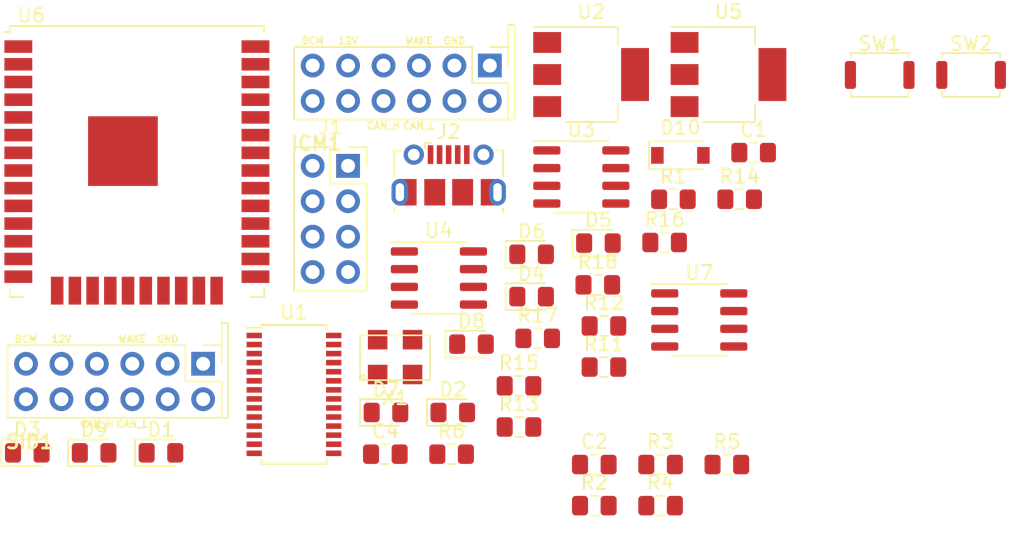
<source format=kicad_pcb>
(kicad_pcb (version 20171130) (host pcbnew 5.1.5+dfsg1-2build2)

  (general
    (thickness 1.6)
    (drawings 0)
    (tracks 0)
    (zones 0)
    (modules 41)
    (nets 104)
  )

  (page A4)
  (layers
    (0 F.Cu signal)
    (31 B.Cu signal)
    (32 B.Adhes user)
    (33 F.Adhes user)
    (34 B.Paste user)
    (35 F.Paste user)
    (36 B.SilkS user)
    (37 F.SilkS user)
    (38 B.Mask user)
    (39 F.Mask user)
    (40 Dwgs.User user)
    (41 Cmts.User user)
    (42 Eco1.User user)
    (43 Eco2.User user)
    (44 Edge.Cuts user)
    (45 Margin user)
    (46 B.CrtYd user)
    (47 F.CrtYd user)
    (48 B.Fab user)
    (49 F.Fab user)
  )

  (setup
    (last_trace_width 0.25)
    (trace_clearance 0.2)
    (zone_clearance 0.508)
    (zone_45_only no)
    (trace_min 0.2)
    (via_size 0.8)
    (via_drill 0.4)
    (via_min_size 0.4)
    (via_min_drill 0.3)
    (uvia_size 0.3)
    (uvia_drill 0.1)
    (uvias_allowed no)
    (uvia_min_size 0.2)
    (uvia_min_drill 0.1)
    (edge_width 0.1)
    (segment_width 0.2)
    (pcb_text_width 0.3)
    (pcb_text_size 1.5 1.5)
    (mod_edge_width 0.15)
    (mod_text_size 1 1)
    (mod_text_width 0.15)
    (pad_size 1.524 1.524)
    (pad_drill 0.762)
    (pad_to_mask_clearance 0)
    (aux_axis_origin 0 0)
    (visible_elements FFFFFF7F)
    (pcbplotparams
      (layerselection 0x010fc_ffffffff)
      (usegerberextensions false)
      (usegerberattributes false)
      (usegerberadvancedattributes false)
      (creategerberjobfile false)
      (excludeedgelayer true)
      (linewidth 0.100000)
      (plotframeref false)
      (viasonmask false)
      (mode 1)
      (useauxorigin false)
      (hpglpennumber 1)
      (hpglpenspeed 20)
      (hpglpendiameter 15.000000)
      (psnegative false)
      (psa4output false)
      (plotreference true)
      (plotvalue true)
      (plotinvisibletext false)
      (padsonsilk false)
      (subtractmaskfromsilk false)
      (outputformat 1)
      (mirror false)
      (drillshape 1)
      (scaleselection 1)
      (outputdirectory ""))
  )

  (net 0 "")
  (net 1 GND)
  (net 2 VDD_5V)
  (net 3 VDD_3.3V)
  (net 4 "Net-(D1-Pad2)")
  (net 5 "Net-(D2-Pad2)")
  (net 6 "Net-(D3-Pad2)")
  (net 7 "Net-(D4-Pad2)")
  (net 8 "Net-(D5-Pad2)")
  (net 9 "Net-(D6-Pad2)")
  (net 10 "Net-(D7-Pad2)")
  (net 11 "Net-(D8-Pad2)")
  (net 12 "Net-(D9-Pad2)")
  (net 13 VIN)
  (net 14 "Net-(D10-Pad2)")
  (net 15 "Net-(ICM1-Pad1)")
  (net 16 "Net-(ICM1-Pad12)")
  (net 17 "Net-(ICM1-Pad11)")
  (net 18 "Net-(ICM1-Pad3)")
  (net 19 CAN_A_L)
  (net 20 "Net-(ICM1-Pad4)")
  (net 21 CAN_A_H)
  (net 22 "Net-(ICM1-Pad8)")
  (net 23 "Net-(ICM1-Pad6)")
  (net 24 "Net-(ICM1-Pad7)")
  (net 25 CLK)
  (net 26 MISO)
  (net 27 MOSI)
  (net 28 CS)
  (net 29 IRQ)
  (net 30 "Net-(J2-Pad2)")
  (net 31 "Net-(J2-Pad4)")
  (net 32 "Net-(J2-Pad3)")
  (net 33 "Net-(R6-Pad2)")
  (net 34 "Net-(R11-Pad1)")
  (net 35 "Net-(R12-Pad1)")
  (net 36 "Net-(R13-Pad1)")
  (net 37 "Net-(R14-Pad1)")
  (net 38 "Net-(R15-Pad1)")
  (net 39 "Net-(R16-Pad1)")
  (net 40 "Net-(R17-Pad1)")
  (net 41 "Net-(R18-Pad1)")
  (net 42 "Net-(SID1-Pad7)")
  (net 43 "Net-(SID1-Pad8)")
  (net 44 CAN_B_H)
  (net 45 "Net-(SID1-Pad4)")
  (net 46 "Net-(SID1-Pad11)")
  (net 47 "Net-(SID1-Pad12)")
  (net 48 "Net-(SID1-Pad1)")
  (net 49 "Net-(U1-Pad1)")
  (net 50 "Net-(U1-Pad2)")
  (net 51 TXA)
  (net 52 RXA)
  (net 53 XTAL1)
  (net 54 "Net-(U1-Pad7)")
  (net 55 "Net-(U1-Pad16)")
  (net 56 "Net-(U1-Pad17)")
  (net 57 TXB)
  (net 58 RXB)
  (net 59 "Net-(U3-Pad5)")
  (net 60 "Net-(U3-Pad8)")
  (net 61 "Net-(U4-Pad8)")
  (net 62 "Net-(U4-Pad5)")
  (net 63 "Net-(C2-Pad2)")
  (net 64 EN)
  (net 65 "Net-(U6-Pad4)")
  (net 66 "Net-(U6-Pad5)")
  (net 67 "Net-(U6-Pad6)")
  (net 68 "Net-(U6-Pad7)")
  (net 69 "Net-(U6-Pad8)")
  (net 70 "Net-(U6-Pad9)")
  (net 71 "Net-(U6-Pad10)")
  (net 72 "Net-(U6-Pad11)")
  (net 73 "Net-(U6-Pad12)")
  (net 74 "Net-(U6-Pad13)")
  (net 75 "Net-(U6-Pad14)")
  (net 76 "Net-(U6-Pad16)")
  (net 77 "Net-(U6-Pad17)")
  (net 78 "Net-(U6-Pad18)")
  (net 79 "Net-(U6-Pad19)")
  (net 80 "Net-(U6-Pad20)")
  (net 81 "Net-(U6-Pad21)")
  (net 82 "Net-(U6-Pad22)")
  (net 83 "Net-(U6-Pad23)")
  (net 84 IO0)
  (net 85 "Net-(U6-Pad27)")
  (net 86 "Net-(U6-Pad28)")
  (net 87 "Net-(U6-Pad30)")
  (net 88 "Net-(U6-Pad31)")
  (net 89 "Net-(U6-Pad32)")
  (net 90 "Net-(U6-Pad33)")
  (net 91 "Net-(U6-Pad34)")
  (net 92 "Net-(U6-Pad35)")
  (net 93 "Net-(U6-Pad36)")
  (net 94 "Net-(U6-Pad37)")
  (net 95 "Net-(R2-Pad2)")
  (net 96 "Net-(R3-Pad2)")
  (net 97 CAN_B_L)
  (net 98 RX_ESP32_CAN)
  (net 99 TX_ESP32_CAN)
  (net 100 "Net-(U7-Pad5)")
  (net 101 CAN_L)
  (net 102 CAN_H)
  (net 103 "Net-(U7-Pad8)")

  (net_class Default "This is the default net class."
    (clearance 0.2)
    (trace_width 0.25)
    (via_dia 0.8)
    (via_drill 0.4)
    (uvia_dia 0.3)
    (uvia_drill 0.1)
    (add_net CAN_A_H)
    (add_net CAN_A_L)
    (add_net CAN_B_H)
    (add_net CAN_B_L)
    (add_net CAN_H)
    (add_net CAN_L)
    (add_net CLK)
    (add_net CS)
    (add_net EN)
    (add_net GND)
    (add_net IO0)
    (add_net IRQ)
    (add_net MISO)
    (add_net MOSI)
    (add_net "Net-(C2-Pad2)")
    (add_net "Net-(D1-Pad2)")
    (add_net "Net-(D10-Pad2)")
    (add_net "Net-(D2-Pad2)")
    (add_net "Net-(D3-Pad2)")
    (add_net "Net-(D4-Pad2)")
    (add_net "Net-(D5-Pad2)")
    (add_net "Net-(D6-Pad2)")
    (add_net "Net-(D7-Pad2)")
    (add_net "Net-(D8-Pad2)")
    (add_net "Net-(D9-Pad2)")
    (add_net "Net-(ICM1-Pad1)")
    (add_net "Net-(ICM1-Pad11)")
    (add_net "Net-(ICM1-Pad12)")
    (add_net "Net-(ICM1-Pad3)")
    (add_net "Net-(ICM1-Pad4)")
    (add_net "Net-(ICM1-Pad6)")
    (add_net "Net-(ICM1-Pad7)")
    (add_net "Net-(ICM1-Pad8)")
    (add_net "Net-(J2-Pad2)")
    (add_net "Net-(J2-Pad3)")
    (add_net "Net-(J2-Pad4)")
    (add_net "Net-(R11-Pad1)")
    (add_net "Net-(R12-Pad1)")
    (add_net "Net-(R13-Pad1)")
    (add_net "Net-(R14-Pad1)")
    (add_net "Net-(R15-Pad1)")
    (add_net "Net-(R16-Pad1)")
    (add_net "Net-(R17-Pad1)")
    (add_net "Net-(R18-Pad1)")
    (add_net "Net-(R2-Pad2)")
    (add_net "Net-(R3-Pad2)")
    (add_net "Net-(R6-Pad2)")
    (add_net "Net-(SID1-Pad1)")
    (add_net "Net-(SID1-Pad11)")
    (add_net "Net-(SID1-Pad12)")
    (add_net "Net-(SID1-Pad4)")
    (add_net "Net-(SID1-Pad7)")
    (add_net "Net-(SID1-Pad8)")
    (add_net "Net-(U1-Pad1)")
    (add_net "Net-(U1-Pad16)")
    (add_net "Net-(U1-Pad17)")
    (add_net "Net-(U1-Pad2)")
    (add_net "Net-(U1-Pad7)")
    (add_net "Net-(U3-Pad5)")
    (add_net "Net-(U3-Pad8)")
    (add_net "Net-(U4-Pad5)")
    (add_net "Net-(U4-Pad8)")
    (add_net "Net-(U6-Pad10)")
    (add_net "Net-(U6-Pad11)")
    (add_net "Net-(U6-Pad12)")
    (add_net "Net-(U6-Pad13)")
    (add_net "Net-(U6-Pad14)")
    (add_net "Net-(U6-Pad16)")
    (add_net "Net-(U6-Pad17)")
    (add_net "Net-(U6-Pad18)")
    (add_net "Net-(U6-Pad19)")
    (add_net "Net-(U6-Pad20)")
    (add_net "Net-(U6-Pad21)")
    (add_net "Net-(U6-Pad22)")
    (add_net "Net-(U6-Pad23)")
    (add_net "Net-(U6-Pad27)")
    (add_net "Net-(U6-Pad28)")
    (add_net "Net-(U6-Pad30)")
    (add_net "Net-(U6-Pad31)")
    (add_net "Net-(U6-Pad32)")
    (add_net "Net-(U6-Pad33)")
    (add_net "Net-(U6-Pad34)")
    (add_net "Net-(U6-Pad35)")
    (add_net "Net-(U6-Pad36)")
    (add_net "Net-(U6-Pad37)")
    (add_net "Net-(U6-Pad4)")
    (add_net "Net-(U6-Pad5)")
    (add_net "Net-(U6-Pad6)")
    (add_net "Net-(U6-Pad7)")
    (add_net "Net-(U6-Pad8)")
    (add_net "Net-(U6-Pad9)")
    (add_net "Net-(U7-Pad5)")
    (add_net "Net-(U7-Pad8)")
    (add_net RXA)
    (add_net RXB)
    (add_net RX_ESP32_CAN)
    (add_net TXA)
    (add_net TXB)
    (add_net TX_ESP32_CAN)
    (add_net VDD_3.3V)
    (add_net VDD_5V)
    (add_net VIN)
    (add_net XTAL1)
  )

  (module Capacitor_SMD:C_0805_2012Metric_Pad1.15x1.40mm_HandSolder (layer F.Cu) (tedit 5B36C52B) (tstamp 5F2FD03E)
    (at 67.904201 23.042601)
    (descr "Capacitor SMD 0805 (2012 Metric), square (rectangular) end terminal, IPC_7351 nominal with elongated pad for handsoldering. (Body size source: https://docs.google.com/spreadsheets/d/1BsfQQcO9C6DZCsRaXUlFlo91Tg2WpOkGARC1WS5S8t0/edit?usp=sharing), generated with kicad-footprint-generator")
    (tags "capacitor handsolder")
    (path /5E2BAD29)
    (attr smd)
    (fp_text reference C1 (at 0 -1.65) (layer F.SilkS)
      (effects (font (size 1 1) (thickness 0.15)))
    )
    (fp_text value 0.1uF (at 0 1.65) (layer F.Fab)
      (effects (font (size 1 1) (thickness 0.15)))
    )
    (fp_text user %R (at 0 0) (layer F.Fab)
      (effects (font (size 0.5 0.5) (thickness 0.08)))
    )
    (fp_line (start 1.85 0.95) (end -1.85 0.95) (layer F.CrtYd) (width 0.05))
    (fp_line (start 1.85 -0.95) (end 1.85 0.95) (layer F.CrtYd) (width 0.05))
    (fp_line (start -1.85 -0.95) (end 1.85 -0.95) (layer F.CrtYd) (width 0.05))
    (fp_line (start -1.85 0.95) (end -1.85 -0.95) (layer F.CrtYd) (width 0.05))
    (fp_line (start -0.261252 0.71) (end 0.261252 0.71) (layer F.SilkS) (width 0.12))
    (fp_line (start -0.261252 -0.71) (end 0.261252 -0.71) (layer F.SilkS) (width 0.12))
    (fp_line (start 1 0.6) (end -1 0.6) (layer F.Fab) (width 0.1))
    (fp_line (start 1 -0.6) (end 1 0.6) (layer F.Fab) (width 0.1))
    (fp_line (start -1 -0.6) (end 1 -0.6) (layer F.Fab) (width 0.1))
    (fp_line (start -1 0.6) (end -1 -0.6) (layer F.Fab) (width 0.1))
    (pad 2 smd roundrect (at 1.025 0) (size 1.15 1.4) (layers F.Cu F.Paste F.Mask) (roundrect_rratio 0.217391)
      (net 1 GND))
    (pad 1 smd roundrect (at -1.025 0) (size 1.15 1.4) (layers F.Cu F.Paste F.Mask) (roundrect_rratio 0.217391)
      (net 2 VDD_5V))
    (model ${KISYS3DMOD}/Capacitor_SMD.3dshapes/C_0805_2012Metric.wrl
      (at (xyz 0 0 0))
      (scale (xyz 1 1 1))
      (rotate (xyz 0 0 0))
    )
  )

  (module Capacitor_SMD:C_0805_2012Metric_Pad1.15x1.40mm_HandSolder (layer F.Cu) (tedit 5B36C52B) (tstamp 5F2FD04F)
    (at 41.504201 44.682601)
    (descr "Capacitor SMD 0805 (2012 Metric), square (rectangular) end terminal, IPC_7351 nominal with elongated pad for handsoldering. (Body size source: https://docs.google.com/spreadsheets/d/1BsfQQcO9C6DZCsRaXUlFlo91Tg2WpOkGARC1WS5S8t0/edit?usp=sharing), generated with kicad-footprint-generator")
    (tags "capacitor handsolder")
    (path /5E29894F)
    (attr smd)
    (fp_text reference C4 (at 0 -1.65) (layer F.SilkS)
      (effects (font (size 1 1) (thickness 0.15)))
    )
    (fp_text value 0.1uF (at 0 1.65) (layer F.Fab)
      (effects (font (size 1 1) (thickness 0.15)))
    )
    (fp_line (start -1 0.6) (end -1 -0.6) (layer F.Fab) (width 0.1))
    (fp_line (start -1 -0.6) (end 1 -0.6) (layer F.Fab) (width 0.1))
    (fp_line (start 1 -0.6) (end 1 0.6) (layer F.Fab) (width 0.1))
    (fp_line (start 1 0.6) (end -1 0.6) (layer F.Fab) (width 0.1))
    (fp_line (start -0.261252 -0.71) (end 0.261252 -0.71) (layer F.SilkS) (width 0.12))
    (fp_line (start -0.261252 0.71) (end 0.261252 0.71) (layer F.SilkS) (width 0.12))
    (fp_line (start -1.85 0.95) (end -1.85 -0.95) (layer F.CrtYd) (width 0.05))
    (fp_line (start -1.85 -0.95) (end 1.85 -0.95) (layer F.CrtYd) (width 0.05))
    (fp_line (start 1.85 -0.95) (end 1.85 0.95) (layer F.CrtYd) (width 0.05))
    (fp_line (start 1.85 0.95) (end -1.85 0.95) (layer F.CrtYd) (width 0.05))
    (fp_text user %R (at 0 0) (layer F.Fab)
      (effects (font (size 0.5 0.5) (thickness 0.08)))
    )
    (pad 1 smd roundrect (at -1.025 0) (size 1.15 1.4) (layers F.Cu F.Paste F.Mask) (roundrect_rratio 0.217391)
      (net 3 VDD_3.3V))
    (pad 2 smd roundrect (at 1.025 0) (size 1.15 1.4) (layers F.Cu F.Paste F.Mask) (roundrect_rratio 0.217391)
      (net 1 GND))
    (model ${KISYS3DMOD}/Capacitor_SMD.3dshapes/C_0805_2012Metric.wrl
      (at (xyz 0 0 0))
      (scale (xyz 1 1 1))
      (rotate (xyz 0 0 0))
    )
  )

  (module LED_SMD:LED_0805_2012Metric_Pad1.15x1.40mm_HandSolder (layer F.Cu) (tedit 5B4B45C9) (tstamp 5F2FD062)
    (at 25.419201 44.587601)
    (descr "LED SMD 0805 (2012 Metric), square (rectangular) end terminal, IPC_7351 nominal, (Body size source: https://docs.google.com/spreadsheets/d/1BsfQQcO9C6DZCsRaXUlFlo91Tg2WpOkGARC1WS5S8t0/edit?usp=sharing), generated with kicad-footprint-generator")
    (tags "LED handsolder")
    (path /5E524EBA)
    (attr smd)
    (fp_text reference D1 (at 0 -1.65) (layer F.SilkS)
      (effects (font (size 1 1) (thickness 0.15)))
    )
    (fp_text value LED7 (at 0 1.65) (layer F.Fab)
      (effects (font (size 1 1) (thickness 0.15)))
    )
    (fp_line (start 1 -0.6) (end -0.7 -0.6) (layer F.Fab) (width 0.1))
    (fp_line (start -0.7 -0.6) (end -1 -0.3) (layer F.Fab) (width 0.1))
    (fp_line (start -1 -0.3) (end -1 0.6) (layer F.Fab) (width 0.1))
    (fp_line (start -1 0.6) (end 1 0.6) (layer F.Fab) (width 0.1))
    (fp_line (start 1 0.6) (end 1 -0.6) (layer F.Fab) (width 0.1))
    (fp_line (start 1 -0.96) (end -1.86 -0.96) (layer F.SilkS) (width 0.12))
    (fp_line (start -1.86 -0.96) (end -1.86 0.96) (layer F.SilkS) (width 0.12))
    (fp_line (start -1.86 0.96) (end 1 0.96) (layer F.SilkS) (width 0.12))
    (fp_line (start -1.85 0.95) (end -1.85 -0.95) (layer F.CrtYd) (width 0.05))
    (fp_line (start -1.85 -0.95) (end 1.85 -0.95) (layer F.CrtYd) (width 0.05))
    (fp_line (start 1.85 -0.95) (end 1.85 0.95) (layer F.CrtYd) (width 0.05))
    (fp_line (start 1.85 0.95) (end -1.85 0.95) (layer F.CrtYd) (width 0.05))
    (fp_text user %R (at 0 0) (layer F.Fab)
      (effects (font (size 0.5 0.5) (thickness 0.08)))
    )
    (pad 1 smd roundrect (at -1.025 0) (size 1.15 1.4) (layers F.Cu F.Paste F.Mask) (roundrect_rratio 0.217391)
      (net 1 GND))
    (pad 2 smd roundrect (at 1.025 0) (size 1.15 1.4) (layers F.Cu F.Paste F.Mask) (roundrect_rratio 0.217391)
      (net 4 "Net-(D1-Pad2)"))
    (model ${KISYS3DMOD}/LED_SMD.3dshapes/LED_0805_2012Metric.wrl
      (at (xyz 0 0 0))
      (scale (xyz 1 1 1))
      (rotate (xyz 0 0 0))
    )
  )

  (module LED_SMD:LED_0805_2012Metric_Pad1.15x1.40mm_HandSolder (layer F.Cu) (tedit 5B4B45C9) (tstamp 5F2FD075)
    (at 46.339201 41.687601)
    (descr "LED SMD 0805 (2012 Metric), square (rectangular) end terminal, IPC_7351 nominal, (Body size source: https://docs.google.com/spreadsheets/d/1BsfQQcO9C6DZCsRaXUlFlo91Tg2WpOkGARC1WS5S8t0/edit?usp=sharing), generated with kicad-footprint-generator")
    (tags "LED handsolder")
    (path /5E52A67D)
    (attr smd)
    (fp_text reference D2 (at 0 -1.65) (layer F.SilkS)
      (effects (font (size 1 1) (thickness 0.15)))
    )
    (fp_text value LED6 (at 0 1.65) (layer F.Fab)
      (effects (font (size 1 1) (thickness 0.15)))
    )
    (fp_text user %R (at 0 0) (layer F.Fab)
      (effects (font (size 0.5 0.5) (thickness 0.08)))
    )
    (fp_line (start 1.85 0.95) (end -1.85 0.95) (layer F.CrtYd) (width 0.05))
    (fp_line (start 1.85 -0.95) (end 1.85 0.95) (layer F.CrtYd) (width 0.05))
    (fp_line (start -1.85 -0.95) (end 1.85 -0.95) (layer F.CrtYd) (width 0.05))
    (fp_line (start -1.85 0.95) (end -1.85 -0.95) (layer F.CrtYd) (width 0.05))
    (fp_line (start -1.86 0.96) (end 1 0.96) (layer F.SilkS) (width 0.12))
    (fp_line (start -1.86 -0.96) (end -1.86 0.96) (layer F.SilkS) (width 0.12))
    (fp_line (start 1 -0.96) (end -1.86 -0.96) (layer F.SilkS) (width 0.12))
    (fp_line (start 1 0.6) (end 1 -0.6) (layer F.Fab) (width 0.1))
    (fp_line (start -1 0.6) (end 1 0.6) (layer F.Fab) (width 0.1))
    (fp_line (start -1 -0.3) (end -1 0.6) (layer F.Fab) (width 0.1))
    (fp_line (start -0.7 -0.6) (end -1 -0.3) (layer F.Fab) (width 0.1))
    (fp_line (start 1 -0.6) (end -0.7 -0.6) (layer F.Fab) (width 0.1))
    (pad 2 smd roundrect (at 1.025 0) (size 1.15 1.4) (layers F.Cu F.Paste F.Mask) (roundrect_rratio 0.217391)
      (net 5 "Net-(D2-Pad2)"))
    (pad 1 smd roundrect (at -1.025 0) (size 1.15 1.4) (layers F.Cu F.Paste F.Mask) (roundrect_rratio 0.217391)
      (net 1 GND))
    (model ${KISYS3DMOD}/LED_SMD.3dshapes/LED_0805_2012Metric.wrl
      (at (xyz 0 0 0))
      (scale (xyz 1 1 1))
      (rotate (xyz 0 0 0))
    )
  )

  (module LED_SMD:LED_0805_2012Metric_Pad1.15x1.40mm_HandSolder (layer F.Cu) (tedit 5B4B45C9) (tstamp 5F2FD088)
    (at 15.839201 44.587601)
    (descr "LED SMD 0805 (2012 Metric), square (rectangular) end terminal, IPC_7351 nominal, (Body size source: https://docs.google.com/spreadsheets/d/1BsfQQcO9C6DZCsRaXUlFlo91Tg2WpOkGARC1WS5S8t0/edit?usp=sharing), generated with kicad-footprint-generator")
    (tags "LED handsolder")
    (path /5E52A91D)
    (attr smd)
    (fp_text reference D3 (at 0 -1.65) (layer F.SilkS)
      (effects (font (size 1 1) (thickness 0.15)))
    )
    (fp_text value LED5 (at 0 1.65) (layer F.Fab)
      (effects (font (size 1 1) (thickness 0.15)))
    )
    (fp_line (start 1 -0.6) (end -0.7 -0.6) (layer F.Fab) (width 0.1))
    (fp_line (start -0.7 -0.6) (end -1 -0.3) (layer F.Fab) (width 0.1))
    (fp_line (start -1 -0.3) (end -1 0.6) (layer F.Fab) (width 0.1))
    (fp_line (start -1 0.6) (end 1 0.6) (layer F.Fab) (width 0.1))
    (fp_line (start 1 0.6) (end 1 -0.6) (layer F.Fab) (width 0.1))
    (fp_line (start 1 -0.96) (end -1.86 -0.96) (layer F.SilkS) (width 0.12))
    (fp_line (start -1.86 -0.96) (end -1.86 0.96) (layer F.SilkS) (width 0.12))
    (fp_line (start -1.86 0.96) (end 1 0.96) (layer F.SilkS) (width 0.12))
    (fp_line (start -1.85 0.95) (end -1.85 -0.95) (layer F.CrtYd) (width 0.05))
    (fp_line (start -1.85 -0.95) (end 1.85 -0.95) (layer F.CrtYd) (width 0.05))
    (fp_line (start 1.85 -0.95) (end 1.85 0.95) (layer F.CrtYd) (width 0.05))
    (fp_line (start 1.85 0.95) (end -1.85 0.95) (layer F.CrtYd) (width 0.05))
    (fp_text user %R (at 0 0) (layer F.Fab)
      (effects (font (size 0.5 0.5) (thickness 0.08)))
    )
    (pad 1 smd roundrect (at -1.025 0) (size 1.15 1.4) (layers F.Cu F.Paste F.Mask) (roundrect_rratio 0.217391)
      (net 1 GND))
    (pad 2 smd roundrect (at 1.025 0) (size 1.15 1.4) (layers F.Cu F.Paste F.Mask) (roundrect_rratio 0.217391)
      (net 6 "Net-(D3-Pad2)"))
    (model ${KISYS3DMOD}/LED_SMD.3dshapes/LED_0805_2012Metric.wrl
      (at (xyz 0 0 0))
      (scale (xyz 1 1 1))
      (rotate (xyz 0 0 0))
    )
  )

  (module LED_SMD:LED_0805_2012Metric_Pad1.15x1.40mm_HandSolder (layer F.Cu) (tedit 5B4B45C9) (tstamp 5F2FD09B)
    (at 51.989201 33.377601)
    (descr "LED SMD 0805 (2012 Metric), square (rectangular) end terminal, IPC_7351 nominal, (Body size source: https://docs.google.com/spreadsheets/d/1BsfQQcO9C6DZCsRaXUlFlo91Tg2WpOkGARC1WS5S8t0/edit?usp=sharing), generated with kicad-footprint-generator")
    (tags "LED handsolder")
    (path /5E52ACF3)
    (attr smd)
    (fp_text reference D4 (at 0 -1.65) (layer F.SilkS)
      (effects (font (size 1 1) (thickness 0.15)))
    )
    (fp_text value LED4 (at 0 1.65) (layer F.Fab)
      (effects (font (size 1 1) (thickness 0.15)))
    )
    (fp_text user %R (at 0 0) (layer F.Fab)
      (effects (font (size 0.5 0.5) (thickness 0.08)))
    )
    (fp_line (start 1.85 0.95) (end -1.85 0.95) (layer F.CrtYd) (width 0.05))
    (fp_line (start 1.85 -0.95) (end 1.85 0.95) (layer F.CrtYd) (width 0.05))
    (fp_line (start -1.85 -0.95) (end 1.85 -0.95) (layer F.CrtYd) (width 0.05))
    (fp_line (start -1.85 0.95) (end -1.85 -0.95) (layer F.CrtYd) (width 0.05))
    (fp_line (start -1.86 0.96) (end 1 0.96) (layer F.SilkS) (width 0.12))
    (fp_line (start -1.86 -0.96) (end -1.86 0.96) (layer F.SilkS) (width 0.12))
    (fp_line (start 1 -0.96) (end -1.86 -0.96) (layer F.SilkS) (width 0.12))
    (fp_line (start 1 0.6) (end 1 -0.6) (layer F.Fab) (width 0.1))
    (fp_line (start -1 0.6) (end 1 0.6) (layer F.Fab) (width 0.1))
    (fp_line (start -1 -0.3) (end -1 0.6) (layer F.Fab) (width 0.1))
    (fp_line (start -0.7 -0.6) (end -1 -0.3) (layer F.Fab) (width 0.1))
    (fp_line (start 1 -0.6) (end -0.7 -0.6) (layer F.Fab) (width 0.1))
    (pad 2 smd roundrect (at 1.025 0) (size 1.15 1.4) (layers F.Cu F.Paste F.Mask) (roundrect_rratio 0.217391)
      (net 7 "Net-(D4-Pad2)"))
    (pad 1 smd roundrect (at -1.025 0) (size 1.15 1.4) (layers F.Cu F.Paste F.Mask) (roundrect_rratio 0.217391)
      (net 1 GND))
    (model ${KISYS3DMOD}/LED_SMD.3dshapes/LED_0805_2012Metric.wrl
      (at (xyz 0 0 0))
      (scale (xyz 1 1 1))
      (rotate (xyz 0 0 0))
    )
  )

  (module LED_SMD:LED_0805_2012Metric_Pad1.15x1.40mm_HandSolder (layer F.Cu) (tedit 5B4B45C9) (tstamp 5F2FD0AE)
    (at 56.779201 29.537601)
    (descr "LED SMD 0805 (2012 Metric), square (rectangular) end terminal, IPC_7351 nominal, (Body size source: https://docs.google.com/spreadsheets/d/1BsfQQcO9C6DZCsRaXUlFlo91Tg2WpOkGARC1WS5S8t0/edit?usp=sharing), generated with kicad-footprint-generator")
    (tags "LED handsolder")
    (path /5E52AFBB)
    (attr smd)
    (fp_text reference D5 (at 0 -1.65) (layer F.SilkS)
      (effects (font (size 1 1) (thickness 0.15)))
    )
    (fp_text value LED3 (at 0 1.65) (layer F.Fab)
      (effects (font (size 1 1) (thickness 0.15)))
    )
    (fp_text user %R (at 0 0) (layer F.Fab)
      (effects (font (size 0.5 0.5) (thickness 0.08)))
    )
    (fp_line (start 1.85 0.95) (end -1.85 0.95) (layer F.CrtYd) (width 0.05))
    (fp_line (start 1.85 -0.95) (end 1.85 0.95) (layer F.CrtYd) (width 0.05))
    (fp_line (start -1.85 -0.95) (end 1.85 -0.95) (layer F.CrtYd) (width 0.05))
    (fp_line (start -1.85 0.95) (end -1.85 -0.95) (layer F.CrtYd) (width 0.05))
    (fp_line (start -1.86 0.96) (end 1 0.96) (layer F.SilkS) (width 0.12))
    (fp_line (start -1.86 -0.96) (end -1.86 0.96) (layer F.SilkS) (width 0.12))
    (fp_line (start 1 -0.96) (end -1.86 -0.96) (layer F.SilkS) (width 0.12))
    (fp_line (start 1 0.6) (end 1 -0.6) (layer F.Fab) (width 0.1))
    (fp_line (start -1 0.6) (end 1 0.6) (layer F.Fab) (width 0.1))
    (fp_line (start -1 -0.3) (end -1 0.6) (layer F.Fab) (width 0.1))
    (fp_line (start -0.7 -0.6) (end -1 -0.3) (layer F.Fab) (width 0.1))
    (fp_line (start 1 -0.6) (end -0.7 -0.6) (layer F.Fab) (width 0.1))
    (pad 2 smd roundrect (at 1.025 0) (size 1.15 1.4) (layers F.Cu F.Paste F.Mask) (roundrect_rratio 0.217391)
      (net 8 "Net-(D5-Pad2)"))
    (pad 1 smd roundrect (at -1.025 0) (size 1.15 1.4) (layers F.Cu F.Paste F.Mask) (roundrect_rratio 0.217391)
      (net 1 GND))
    (model ${KISYS3DMOD}/LED_SMD.3dshapes/LED_0805_2012Metric.wrl
      (at (xyz 0 0 0))
      (scale (xyz 1 1 1))
      (rotate (xyz 0 0 0))
    )
  )

  (module LED_SMD:LED_0805_2012Metric_Pad1.15x1.40mm_HandSolder (layer F.Cu) (tedit 5B4B45C9) (tstamp 5F2FD0C1)
    (at 51.989201 30.337601)
    (descr "LED SMD 0805 (2012 Metric), square (rectangular) end terminal, IPC_7351 nominal, (Body size source: https://docs.google.com/spreadsheets/d/1BsfQQcO9C6DZCsRaXUlFlo91Tg2WpOkGARC1WS5S8t0/edit?usp=sharing), generated with kicad-footprint-generator")
    (tags "LED handsolder")
    (path /5E52B30B)
    (attr smd)
    (fp_text reference D6 (at 0 -1.65) (layer F.SilkS)
      (effects (font (size 1 1) (thickness 0.15)))
    )
    (fp_text value LED2 (at 0 1.65) (layer F.Fab)
      (effects (font (size 1 1) (thickness 0.15)))
    )
    (fp_line (start 1 -0.6) (end -0.7 -0.6) (layer F.Fab) (width 0.1))
    (fp_line (start -0.7 -0.6) (end -1 -0.3) (layer F.Fab) (width 0.1))
    (fp_line (start -1 -0.3) (end -1 0.6) (layer F.Fab) (width 0.1))
    (fp_line (start -1 0.6) (end 1 0.6) (layer F.Fab) (width 0.1))
    (fp_line (start 1 0.6) (end 1 -0.6) (layer F.Fab) (width 0.1))
    (fp_line (start 1 -0.96) (end -1.86 -0.96) (layer F.SilkS) (width 0.12))
    (fp_line (start -1.86 -0.96) (end -1.86 0.96) (layer F.SilkS) (width 0.12))
    (fp_line (start -1.86 0.96) (end 1 0.96) (layer F.SilkS) (width 0.12))
    (fp_line (start -1.85 0.95) (end -1.85 -0.95) (layer F.CrtYd) (width 0.05))
    (fp_line (start -1.85 -0.95) (end 1.85 -0.95) (layer F.CrtYd) (width 0.05))
    (fp_line (start 1.85 -0.95) (end 1.85 0.95) (layer F.CrtYd) (width 0.05))
    (fp_line (start 1.85 0.95) (end -1.85 0.95) (layer F.CrtYd) (width 0.05))
    (fp_text user %R (at 0 0) (layer F.Fab)
      (effects (font (size 0.5 0.5) (thickness 0.08)))
    )
    (pad 1 smd roundrect (at -1.025 0) (size 1.15 1.4) (layers F.Cu F.Paste F.Mask) (roundrect_rratio 0.217391)
      (net 1 GND))
    (pad 2 smd roundrect (at 1.025 0) (size 1.15 1.4) (layers F.Cu F.Paste F.Mask) (roundrect_rratio 0.217391)
      (net 9 "Net-(D6-Pad2)"))
    (model ${KISYS3DMOD}/LED_SMD.3dshapes/LED_0805_2012Metric.wrl
      (at (xyz 0 0 0))
      (scale (xyz 1 1 1))
      (rotate (xyz 0 0 0))
    )
  )

  (module LED_SMD:LED_0805_2012Metric_Pad1.15x1.40mm_HandSolder (layer F.Cu) (tedit 5B4B45C9) (tstamp 5F2FD0D4)
    (at 41.549201 41.687601)
    (descr "LED SMD 0805 (2012 Metric), square (rectangular) end terminal, IPC_7351 nominal, (Body size source: https://docs.google.com/spreadsheets/d/1BsfQQcO9C6DZCsRaXUlFlo91Tg2WpOkGARC1WS5S8t0/edit?usp=sharing), generated with kicad-footprint-generator")
    (tags "LED handsolder")
    (path /5E52B635)
    (attr smd)
    (fp_text reference D7 (at 0 -1.65) (layer F.SilkS)
      (effects (font (size 1 1) (thickness 0.15)))
    )
    (fp_text value LED1 (at 0 1.65) (layer F.Fab)
      (effects (font (size 1 1) (thickness 0.15)))
    )
    (fp_line (start 1 -0.6) (end -0.7 -0.6) (layer F.Fab) (width 0.1))
    (fp_line (start -0.7 -0.6) (end -1 -0.3) (layer F.Fab) (width 0.1))
    (fp_line (start -1 -0.3) (end -1 0.6) (layer F.Fab) (width 0.1))
    (fp_line (start -1 0.6) (end 1 0.6) (layer F.Fab) (width 0.1))
    (fp_line (start 1 0.6) (end 1 -0.6) (layer F.Fab) (width 0.1))
    (fp_line (start 1 -0.96) (end -1.86 -0.96) (layer F.SilkS) (width 0.12))
    (fp_line (start -1.86 -0.96) (end -1.86 0.96) (layer F.SilkS) (width 0.12))
    (fp_line (start -1.86 0.96) (end 1 0.96) (layer F.SilkS) (width 0.12))
    (fp_line (start -1.85 0.95) (end -1.85 -0.95) (layer F.CrtYd) (width 0.05))
    (fp_line (start -1.85 -0.95) (end 1.85 -0.95) (layer F.CrtYd) (width 0.05))
    (fp_line (start 1.85 -0.95) (end 1.85 0.95) (layer F.CrtYd) (width 0.05))
    (fp_line (start 1.85 0.95) (end -1.85 0.95) (layer F.CrtYd) (width 0.05))
    (fp_text user %R (at 0 0) (layer F.Fab)
      (effects (font (size 0.5 0.5) (thickness 0.08)))
    )
    (pad 1 smd roundrect (at -1.025 0) (size 1.15 1.4) (layers F.Cu F.Paste F.Mask) (roundrect_rratio 0.217391)
      (net 1 GND))
    (pad 2 smd roundrect (at 1.025 0) (size 1.15 1.4) (layers F.Cu F.Paste F.Mask) (roundrect_rratio 0.217391)
      (net 10 "Net-(D7-Pad2)"))
    (model ${KISYS3DMOD}/LED_SMD.3dshapes/LED_0805_2012Metric.wrl
      (at (xyz 0 0 0))
      (scale (xyz 1 1 1))
      (rotate (xyz 0 0 0))
    )
  )

  (module LED_SMD:LED_0805_2012Metric_Pad1.15x1.40mm_HandSolder (layer F.Cu) (tedit 5B4B45C9) (tstamp 5F2FD0E7)
    (at 47.679201 36.787601)
    (descr "LED SMD 0805 (2012 Metric), square (rectangular) end terminal, IPC_7351 nominal, (Body size source: https://docs.google.com/spreadsheets/d/1BsfQQcO9C6DZCsRaXUlFlo91Tg2WpOkGARC1WS5S8t0/edit?usp=sharing), generated with kicad-footprint-generator")
    (tags "LED handsolder")
    (path /5E52B939)
    (attr smd)
    (fp_text reference D8 (at 0 -1.65) (layer F.SilkS)
      (effects (font (size 1 1) (thickness 0.15)))
    )
    (fp_text value LED0 (at 0 1.65) (layer F.Fab)
      (effects (font (size 1 1) (thickness 0.15)))
    )
    (fp_line (start 1 -0.6) (end -0.7 -0.6) (layer F.Fab) (width 0.1))
    (fp_line (start -0.7 -0.6) (end -1 -0.3) (layer F.Fab) (width 0.1))
    (fp_line (start -1 -0.3) (end -1 0.6) (layer F.Fab) (width 0.1))
    (fp_line (start -1 0.6) (end 1 0.6) (layer F.Fab) (width 0.1))
    (fp_line (start 1 0.6) (end 1 -0.6) (layer F.Fab) (width 0.1))
    (fp_line (start 1 -0.96) (end -1.86 -0.96) (layer F.SilkS) (width 0.12))
    (fp_line (start -1.86 -0.96) (end -1.86 0.96) (layer F.SilkS) (width 0.12))
    (fp_line (start -1.86 0.96) (end 1 0.96) (layer F.SilkS) (width 0.12))
    (fp_line (start -1.85 0.95) (end -1.85 -0.95) (layer F.CrtYd) (width 0.05))
    (fp_line (start -1.85 -0.95) (end 1.85 -0.95) (layer F.CrtYd) (width 0.05))
    (fp_line (start 1.85 -0.95) (end 1.85 0.95) (layer F.CrtYd) (width 0.05))
    (fp_line (start 1.85 0.95) (end -1.85 0.95) (layer F.CrtYd) (width 0.05))
    (fp_text user %R (at 0 0) (layer F.Fab)
      (effects (font (size 0.5 0.5) (thickness 0.08)))
    )
    (pad 1 smd roundrect (at -1.025 0) (size 1.15 1.4) (layers F.Cu F.Paste F.Mask) (roundrect_rratio 0.217391)
      (net 1 GND))
    (pad 2 smd roundrect (at 1.025 0) (size 1.15 1.4) (layers F.Cu F.Paste F.Mask) (roundrect_rratio 0.217391)
      (net 11 "Net-(D8-Pad2)"))
    (model ${KISYS3DMOD}/LED_SMD.3dshapes/LED_0805_2012Metric.wrl
      (at (xyz 0 0 0))
      (scale (xyz 1 1 1))
      (rotate (xyz 0 0 0))
    )
  )

  (module LED_SMD:LED_0805_2012Metric_Pad1.15x1.40mm_HandSolder (layer F.Cu) (tedit 5B4B45C9) (tstamp 5F2FD0FA)
    (at 20.629201 44.587601)
    (descr "LED SMD 0805 (2012 Metric), square (rectangular) end terminal, IPC_7351 nominal, (Body size source: https://docs.google.com/spreadsheets/d/1BsfQQcO9C6DZCsRaXUlFlo91Tg2WpOkGARC1WS5S8t0/edit?usp=sharing), generated with kicad-footprint-generator")
    (tags "LED handsolder")
    (path /5F455DEF)
    (attr smd)
    (fp_text reference D9 (at 0 -1.65) (layer F.SilkS)
      (effects (font (size 1 1) (thickness 0.15)))
    )
    (fp_text value LED_IO2 (at 0 1.65) (layer F.Fab)
      (effects (font (size 1 1) (thickness 0.15)))
    )
    (fp_text user %R (at 0 0) (layer F.Fab)
      (effects (font (size 0.5 0.5) (thickness 0.08)))
    )
    (fp_line (start 1.85 0.95) (end -1.85 0.95) (layer F.CrtYd) (width 0.05))
    (fp_line (start 1.85 -0.95) (end 1.85 0.95) (layer F.CrtYd) (width 0.05))
    (fp_line (start -1.85 -0.95) (end 1.85 -0.95) (layer F.CrtYd) (width 0.05))
    (fp_line (start -1.85 0.95) (end -1.85 -0.95) (layer F.CrtYd) (width 0.05))
    (fp_line (start -1.86 0.96) (end 1 0.96) (layer F.SilkS) (width 0.12))
    (fp_line (start -1.86 -0.96) (end -1.86 0.96) (layer F.SilkS) (width 0.12))
    (fp_line (start 1 -0.96) (end -1.86 -0.96) (layer F.SilkS) (width 0.12))
    (fp_line (start 1 0.6) (end 1 -0.6) (layer F.Fab) (width 0.1))
    (fp_line (start -1 0.6) (end 1 0.6) (layer F.Fab) (width 0.1))
    (fp_line (start -1 -0.3) (end -1 0.6) (layer F.Fab) (width 0.1))
    (fp_line (start -0.7 -0.6) (end -1 -0.3) (layer F.Fab) (width 0.1))
    (fp_line (start 1 -0.6) (end -0.7 -0.6) (layer F.Fab) (width 0.1))
    (pad 2 smd roundrect (at 1.025 0) (size 1.15 1.4) (layers F.Cu F.Paste F.Mask) (roundrect_rratio 0.217391)
      (net 12 "Net-(D9-Pad2)"))
    (pad 1 smd roundrect (at -1.025 0) (size 1.15 1.4) (layers F.Cu F.Paste F.Mask) (roundrect_rratio 0.217391)
      (net 1 GND))
    (model ${KISYS3DMOD}/LED_SMD.3dshapes/LED_0805_2012Metric.wrl
      (at (xyz 0 0 0))
      (scale (xyz 1 1 1))
      (rotate (xyz 0 0 0))
    )
  )

  (module Diode_SMD:D_SOD-123 (layer F.Cu) (tedit 58645DC7) (tstamp 5F2FD113)
    (at 62.654201 23.242601)
    (descr SOD-123)
    (tags SOD-123)
    (path /5F43801F)
    (attr smd)
    (fp_text reference D10 (at 0 -2) (layer F.SilkS)
      (effects (font (size 1 1) (thickness 0.15)))
    )
    (fp_text value 1N5819 (at 0 2.1) (layer F.Fab)
      (effects (font (size 1 1) (thickness 0.15)))
    )
    (fp_text user %R (at 0 -2) (layer F.Fab)
      (effects (font (size 1 1) (thickness 0.15)))
    )
    (fp_line (start -2.25 -1) (end -2.25 1) (layer F.SilkS) (width 0.12))
    (fp_line (start 0.25 0) (end 0.75 0) (layer F.Fab) (width 0.1))
    (fp_line (start 0.25 0.4) (end -0.35 0) (layer F.Fab) (width 0.1))
    (fp_line (start 0.25 -0.4) (end 0.25 0.4) (layer F.Fab) (width 0.1))
    (fp_line (start -0.35 0) (end 0.25 -0.4) (layer F.Fab) (width 0.1))
    (fp_line (start -0.35 0) (end -0.35 0.55) (layer F.Fab) (width 0.1))
    (fp_line (start -0.35 0) (end -0.35 -0.55) (layer F.Fab) (width 0.1))
    (fp_line (start -0.75 0) (end -0.35 0) (layer F.Fab) (width 0.1))
    (fp_line (start -1.4 0.9) (end -1.4 -0.9) (layer F.Fab) (width 0.1))
    (fp_line (start 1.4 0.9) (end -1.4 0.9) (layer F.Fab) (width 0.1))
    (fp_line (start 1.4 -0.9) (end 1.4 0.9) (layer F.Fab) (width 0.1))
    (fp_line (start -1.4 -0.9) (end 1.4 -0.9) (layer F.Fab) (width 0.1))
    (fp_line (start -2.35 -1.15) (end 2.35 -1.15) (layer F.CrtYd) (width 0.05))
    (fp_line (start 2.35 -1.15) (end 2.35 1.15) (layer F.CrtYd) (width 0.05))
    (fp_line (start 2.35 1.15) (end -2.35 1.15) (layer F.CrtYd) (width 0.05))
    (fp_line (start -2.35 -1.15) (end -2.35 1.15) (layer F.CrtYd) (width 0.05))
    (fp_line (start -2.25 1) (end 1.65 1) (layer F.SilkS) (width 0.12))
    (fp_line (start -2.25 -1) (end 1.65 -1) (layer F.SilkS) (width 0.12))
    (pad 1 smd rect (at -1.65 0) (size 0.9 1.2) (layers F.Cu F.Paste F.Mask)
      (net 13 VIN))
    (pad 2 smd rect (at 1.65 0) (size 0.9 1.2) (layers F.Cu F.Paste F.Mask)
      (net 14 "Net-(D10-Pad2)"))
    (model ${KISYS3DMOD}/Diode_SMD.3dshapes/D_SOD-123.wrl
      (at (xyz 0 0 0))
      (scale (xyz 1 1 1))
      (rotate (xyz 0 0 0))
    )
  )

  (module sid-board:SAAB_SID_CONNECTOR_HEADER (layer F.Cu) (tedit 5E472D2C) (tstamp 5F2FD140)
    (at 42.644201 17.941601)
    (descr "Through hole straight pin header, 2x06, 2.54mm pitch, double rows")
    (tags "Through hole pin header THT 2x06 2.54mm double row")
    (path /5E210180)
    (fp_text reference ICM1 (at -6.096 4.445) (layer F.SilkS)
      (effects (font (size 1 1) (thickness 0.2)))
    )
    (fp_text value ICM_CONN (at 0 7.874) (layer F.Fab)
      (effects (font (size 1 1) (thickness 0.15)))
    )
    (fp_line (start 7.62 -1.143) (end 7.62 2.667) (layer F.Fab) (width 0.1))
    (fp_line (start 7.62 2.667) (end -7.62 2.667) (layer F.Fab) (width 0.1))
    (fp_line (start -7.62 2.667) (end -7.62 -2.413) (layer F.Fab) (width 0.1))
    (fp_line (start -7.62 -2.413) (end 6.35 -2.413) (layer F.Fab) (width 0.1))
    (fp_line (start 6.35 -2.413) (end 7.62 -1.143) (layer F.Fab) (width 0.1))
    (fp_line (start -7.68 -2.473) (end -7.68 2.727) (layer F.SilkS) (width 0.12))
    (fp_line (start 5.08 -2.473) (end -7.68 -2.473) (layer F.SilkS) (width 0.12))
    (fp_line (start 7.68 2.727) (end -7.68 2.727) (layer F.SilkS) (width 0.12))
    (fp_line (start 5.08 -2.473) (end 5.08 0.127) (layer F.SilkS) (width 0.12))
    (fp_line (start 5.08 0.127) (end 7.68 0.127) (layer F.SilkS) (width 0.12))
    (fp_line (start 7.68 0.127) (end 7.68 2.727) (layer F.SilkS) (width 0.12))
    (fp_line (start 6.35 -2.473) (end 7.68 -2.473) (layer F.SilkS) (width 0.12))
    (fp_line (start 7.68 -2.473) (end 7.68 -1.143) (layer F.SilkS) (width 0.12))
    (fp_line (start 8.15 -2.943) (end -8.15 -2.943) (layer F.CrtYd) (width 0.05))
    (fp_line (start -8.15 -2.943) (end -8.15 3.207) (layer F.CrtYd) (width 0.05))
    (fp_line (start -8.15 3.207) (end 8.15 3.207) (layer F.CrtYd) (width 0.05))
    (fp_line (start 8.15 3.207) (end 8.15 -2.943) (layer F.CrtYd) (width 0.05))
    (fp_text user %R (at 0 0.127) (layer F.Fab)
      (effects (font (size 1 1) (thickness 0.15)))
    )
    (fp_line (start 7.68 -2.473) (end 7.68 -4.064) (layer F.SilkS) (width 0.12))
    (fp_line (start 7.68 -4.064) (end 8.128 -4.064) (layer F.SilkS) (width 0.12))
    (fp_line (start 8.128 -4.064) (end 8.128 2.413) (layer F.SilkS) (width 0.12))
    (fp_line (start 7.68 2.7305) (end 8.128 2.7305) (layer F.SilkS) (width 0.12))
    (fp_line (start 8.128 2.7305) (end 8.128 2.413) (layer F.SilkS) (width 0.12))
    (fp_text user GND (at 3.81 -2.921 180) (layer F.SilkS)
      (effects (font (size 0.5 0.5) (thickness 0.125)))
    )
    (fp_text user WAKE (at 1.27 -2.921 180) (layer F.SilkS)
      (effects (font (size 0.5 0.5) (thickness 0.125)))
    )
    (fp_text user 12V (at -3.81 -2.921 180) (layer F.SilkS)
      (effects (font (size 0.5 0.5) (thickness 0.125)))
    )
    (fp_text user BCM (at -6.35 -2.921 180) (layer F.SilkS)
      (effects (font (size 0.5 0.5) (thickness 0.125)))
    )
    (fp_text user CAN_H (at -1.27 3.175) (layer F.SilkS)
      (effects (font (size 0.5 0.5) (thickness 0.125)))
    )
    (fp_text user CAN_L (at 1.27 3.175 180) (layer F.SilkS)
      (effects (font (size 0.5 0.5) (thickness 0.125)))
    )
    (pad 1 thru_hole rect (at 6.35 -1.143 270) (size 1.7 1.7) (drill 1) (layers *.Cu *.Mask)
      (net 15 "Net-(ICM1-Pad1)"))
    (pad 12 thru_hole oval (at 6.35 1.397 270) (size 1.7 1.7) (drill 1) (layers *.Cu *.Mask)
      (net 16 "Net-(ICM1-Pad12)"))
    (pad 2 thru_hole oval (at 3.81 -1.143 270) (size 1.7 1.7) (drill 1) (layers *.Cu *.Mask)
      (net 1 GND))
    (pad 11 thru_hole oval (at 3.81 1.397 270) (size 1.7 1.7) (drill 1) (layers *.Cu *.Mask)
      (net 17 "Net-(ICM1-Pad11)"))
    (pad 3 thru_hole oval (at 1.27 -1.143 270) (size 1.7 1.7) (drill 1) (layers *.Cu *.Mask)
      (net 18 "Net-(ICM1-Pad3)"))
    (pad 10 thru_hole oval (at 1.27 1.397 270) (size 1.7 1.7) (drill 1) (layers *.Cu *.Mask)
      (net 19 CAN_A_L))
    (pad 4 thru_hole oval (at -1.27 -1.143 270) (size 1.7 1.7) (drill 1) (layers *.Cu *.Mask)
      (net 20 "Net-(ICM1-Pad4)"))
    (pad 9 thru_hole oval (at -1.27 1.397 270) (size 1.7 1.7) (drill 1) (layers *.Cu *.Mask)
      (net 21 CAN_A_H))
    (pad 5 thru_hole oval (at -3.81 -1.143 270) (size 1.7 1.7) (drill 1) (layers *.Cu *.Mask)
      (net 13 VIN))
    (pad 8 thru_hole oval (at -3.81 1.397 270) (size 1.7 1.7) (drill 1) (layers *.Cu *.Mask)
      (net 22 "Net-(ICM1-Pad8)"))
    (pad 6 thru_hole oval (at -6.35 -1.143 270) (size 1.7 1.7) (drill 1) (layers *.Cu *.Mask)
      (net 23 "Net-(ICM1-Pad6)"))
    (pad 7 thru_hole oval (at -6.35 1.397 270) (size 1.7 1.7) (drill 1) (layers *.Cu *.Mask)
      (net 24 "Net-(ICM1-Pad7)"))
    (model ${KISYS3DMOD}/Connector_PinHeader_2.54mm.3dshapes/PinHeader_2x06_P2.54mm_Horizontal.wrl
      (offset (xyz -6.35 -1.4 0))
      (scale (xyz 1 1 1))
      (rotate (xyz 0 0 -90))
    )
  )

  (module Connector_PinSocket_2.54mm:PinSocket_2x04_P2.54mm_Vertical (layer F.Cu) (tedit 5A19A422) (tstamp 5F2FD15E)
    (at 38.834201 23.992601)
    (descr "Through hole straight socket strip, 2x04, 2.54mm pitch, double cols (from Kicad 4.0.7), script generated")
    (tags "Through hole socket strip THT 2x04 2.54mm double row")
    (path /5E4709DB)
    (fp_text reference J1 (at -1.27 -2.77) (layer F.SilkS)
      (effects (font (size 1 1) (thickness 0.15)))
    )
    (fp_text value SPI+IRQ+POWER (at -1.27 10.39) (layer F.Fab)
      (effects (font (size 1 1) (thickness 0.15)))
    )
    (fp_line (start -3.81 -1.27) (end 0.27 -1.27) (layer F.Fab) (width 0.1))
    (fp_line (start 0.27 -1.27) (end 1.27 -0.27) (layer F.Fab) (width 0.1))
    (fp_line (start 1.27 -0.27) (end 1.27 8.89) (layer F.Fab) (width 0.1))
    (fp_line (start 1.27 8.89) (end -3.81 8.89) (layer F.Fab) (width 0.1))
    (fp_line (start -3.81 8.89) (end -3.81 -1.27) (layer F.Fab) (width 0.1))
    (fp_line (start -3.87 -1.33) (end -1.27 -1.33) (layer F.SilkS) (width 0.12))
    (fp_line (start -3.87 -1.33) (end -3.87 8.95) (layer F.SilkS) (width 0.12))
    (fp_line (start -3.87 8.95) (end 1.33 8.95) (layer F.SilkS) (width 0.12))
    (fp_line (start 1.33 1.27) (end 1.33 8.95) (layer F.SilkS) (width 0.12))
    (fp_line (start -1.27 1.27) (end 1.33 1.27) (layer F.SilkS) (width 0.12))
    (fp_line (start -1.27 -1.33) (end -1.27 1.27) (layer F.SilkS) (width 0.12))
    (fp_line (start 1.33 -1.33) (end 1.33 0) (layer F.SilkS) (width 0.12))
    (fp_line (start 0 -1.33) (end 1.33 -1.33) (layer F.SilkS) (width 0.12))
    (fp_line (start -4.34 -1.8) (end 1.76 -1.8) (layer F.CrtYd) (width 0.05))
    (fp_line (start 1.76 -1.8) (end 1.76 9.4) (layer F.CrtYd) (width 0.05))
    (fp_line (start 1.76 9.4) (end -4.34 9.4) (layer F.CrtYd) (width 0.05))
    (fp_line (start -4.34 9.4) (end -4.34 -1.8) (layer F.CrtYd) (width 0.05))
    (fp_text user %R (at -1.27 3.81 90) (layer F.Fab)
      (effects (font (size 1 1) (thickness 0.15)))
    )
    (pad 1 thru_hole rect (at 0 0) (size 1.7 1.7) (drill 1) (layers *.Cu *.Mask)
      (net 25 CLK))
    (pad 2 thru_hole oval (at -2.54 0) (size 1.7 1.7) (drill 1) (layers *.Cu *.Mask)
      (net 26 MISO))
    (pad 3 thru_hole oval (at 0 2.54) (size 1.7 1.7) (drill 1) (layers *.Cu *.Mask)
      (net 27 MOSI))
    (pad 4 thru_hole oval (at -2.54 2.54) (size 1.7 1.7) (drill 1) (layers *.Cu *.Mask)
      (net 28 CS))
    (pad 5 thru_hole oval (at 0 5.08) (size 1.7 1.7) (drill 1) (layers *.Cu *.Mask)
      (net 1 GND))
    (pad 6 thru_hole oval (at -2.54 5.08) (size 1.7 1.7) (drill 1) (layers *.Cu *.Mask)
      (net 3 VDD_3.3V))
    (pad 7 thru_hole oval (at 0 7.62) (size 1.7 1.7) (drill 1) (layers *.Cu *.Mask)
      (net 2 VDD_5V))
    (pad 8 thru_hole oval (at -2.54 7.62) (size 1.7 1.7) (drill 1) (layers *.Cu *.Mask)
      (net 29 IRQ))
    (model ${KISYS3DMOD}/Connector_PinSocket_2.54mm.3dshapes/PinSocket_2x04_P2.54mm_Vertical.wrl
      (at (xyz 0 0 0))
      (scale (xyz 1 1 1))
      (rotate (xyz 0 0 0))
    )
  )

  (module Connector_USB:USB_Micro-B_Molex-105017-0001 (layer F.Cu) (tedit 5A1DC0BE) (tstamp 5F2FD187)
    (at 46.044201 24.652601)
    (descr http://www.molex.com/pdm_docs/sd/1050170001_sd.pdf)
    (tags "Micro-USB SMD Typ-B")
    (path /5F431498)
    (attr smd)
    (fp_text reference J2 (at 0 -3.1125) (layer F.SilkS)
      (effects (font (size 1 1) (thickness 0.15)))
    )
    (fp_text value USB_B_Micro (at 0.3 4.3375) (layer F.Fab)
      (effects (font (size 1 1) (thickness 0.15)))
    )
    (fp_text user "PCB Edge" (at 0 2.6875) (layer Dwgs.User)
      (effects (font (size 0.5 0.5) (thickness 0.08)))
    )
    (fp_text user %R (at 0 0.8875) (layer F.Fab)
      (effects (font (size 1 1) (thickness 0.15)))
    )
    (fp_line (start -4.4 3.64) (end 4.4 3.64) (layer F.CrtYd) (width 0.05))
    (fp_line (start 4.4 -2.46) (end 4.4 3.64) (layer F.CrtYd) (width 0.05))
    (fp_line (start -4.4 -2.46) (end 4.4 -2.46) (layer F.CrtYd) (width 0.05))
    (fp_line (start -4.4 3.64) (end -4.4 -2.46) (layer F.CrtYd) (width 0.05))
    (fp_line (start -3.9 -1.7625) (end -3.45 -1.7625) (layer F.SilkS) (width 0.12))
    (fp_line (start -3.9 0.0875) (end -3.9 -1.7625) (layer F.SilkS) (width 0.12))
    (fp_line (start 3.9 2.6375) (end 3.9 2.3875) (layer F.SilkS) (width 0.12))
    (fp_line (start 3.75 3.3875) (end 3.75 -1.6125) (layer F.Fab) (width 0.1))
    (fp_line (start -3 2.689204) (end 3 2.689204) (layer F.Fab) (width 0.1))
    (fp_line (start -3.75 3.389204) (end 3.75 3.389204) (layer F.Fab) (width 0.1))
    (fp_line (start -3.75 -1.6125) (end 3.75 -1.6125) (layer F.Fab) (width 0.1))
    (fp_line (start -3.75 3.3875) (end -3.75 -1.6125) (layer F.Fab) (width 0.1))
    (fp_line (start -3.9 2.6375) (end -3.9 2.3875) (layer F.SilkS) (width 0.12))
    (fp_line (start 3.9 0.0875) (end 3.9 -1.7625) (layer F.SilkS) (width 0.12))
    (fp_line (start 3.9 -1.7625) (end 3.45 -1.7625) (layer F.SilkS) (width 0.12))
    (fp_line (start -1.7 -2.3125) (end -1.25 -2.3125) (layer F.SilkS) (width 0.12))
    (fp_line (start -1.7 -2.3125) (end -1.7 -1.8625) (layer F.SilkS) (width 0.12))
    (fp_line (start -1.3 -1.7125) (end -1.5 -1.9125) (layer F.Fab) (width 0.1))
    (fp_line (start -1.1 -1.9125) (end -1.3 -1.7125) (layer F.Fab) (width 0.1))
    (fp_line (start -1.5 -2.1225) (end -1.1 -2.1225) (layer F.Fab) (width 0.1))
    (fp_line (start -1.5 -2.1225) (end -1.5 -1.9125) (layer F.Fab) (width 0.1))
    (fp_line (start -1.1 -2.1225) (end -1.1 -1.9125) (layer F.Fab) (width 0.1))
    (pad 6 smd rect (at 1 1.2375) (size 1.5 1.9) (layers F.Cu F.Paste F.Mask)
      (net 1 GND))
    (pad 6 thru_hole circle (at -2.5 -1.4625) (size 1.45 1.45) (drill 0.85) (layers *.Cu *.Mask)
      (net 1 GND))
    (pad 2 smd rect (at -0.65 -1.4625) (size 0.4 1.35) (layers F.Cu F.Paste F.Mask)
      (net 30 "Net-(J2-Pad2)"))
    (pad 1 smd rect (at -1.3 -1.4625) (size 0.4 1.35) (layers F.Cu F.Paste F.Mask)
      (net 14 "Net-(D10-Pad2)"))
    (pad 5 smd rect (at 1.3 -1.4625) (size 0.4 1.35) (layers F.Cu F.Paste F.Mask)
      (net 1 GND))
    (pad 4 smd rect (at 0.65 -1.4625) (size 0.4 1.35) (layers F.Cu F.Paste F.Mask)
      (net 31 "Net-(J2-Pad4)"))
    (pad 3 smd rect (at 0 -1.4625) (size 0.4 1.35) (layers F.Cu F.Paste F.Mask)
      (net 32 "Net-(J2-Pad3)"))
    (pad 6 thru_hole circle (at 2.5 -1.4625) (size 1.45 1.45) (drill 0.85) (layers *.Cu *.Mask)
      (net 1 GND))
    (pad 6 smd rect (at -1 1.2375) (size 1.5 1.9) (layers F.Cu F.Paste F.Mask)
      (net 1 GND))
    (pad 6 thru_hole oval (at -3.5 1.2375 180) (size 1.2 1.9) (drill oval 0.6 1.3) (layers *.Cu *.Mask)
      (net 1 GND))
    (pad 6 thru_hole oval (at 3.5 1.2375) (size 1.2 1.9) (drill oval 0.6 1.3) (layers *.Cu *.Mask)
      (net 1 GND))
    (pad 6 smd rect (at 2.9 1.2375) (size 1.2 1.9) (layers F.Cu F.Mask)
      (net 1 GND))
    (pad 6 smd rect (at -2.9 1.2375) (size 1.2 1.9) (layers F.Cu F.Mask)
      (net 1 GND))
    (model ${KISYS3DMOD}/Connector_USB.3dshapes/USB_Micro-B_Molex-105017-0001.wrl
      (at (xyz 0 0 0))
      (scale (xyz 1 1 1))
      (rotate (xyz 0 0 0))
    )
  )

  (module Resistor_SMD:R_0805_2012Metric_Pad1.15x1.40mm_HandSolder (layer F.Cu) (tedit 5B36C52B) (tstamp 5F2FD198)
    (at 62.154201 26.392601)
    (descr "Resistor SMD 0805 (2012 Metric), square (rectangular) end terminal, IPC_7351 nominal with elongated pad for handsoldering. (Body size source: https://docs.google.com/spreadsheets/d/1BsfQQcO9C6DZCsRaXUlFlo91Tg2WpOkGARC1WS5S8t0/edit?usp=sharing), generated with kicad-footprint-generator")
    (tags "resistor handsolder")
    (path /5E32A99C)
    (attr smd)
    (fp_text reference R1 (at 0 -1.65) (layer F.SilkS)
      (effects (font (size 1 1) (thickness 0.15)))
    )
    (fp_text value 1K (at 0 1.65) (layer F.Fab)
      (effects (font (size 1 1) (thickness 0.15)))
    )
    (fp_text user %R (at 0 0) (layer F.Fab)
      (effects (font (size 0.5 0.5) (thickness 0.08)))
    )
    (fp_line (start 1.85 0.95) (end -1.85 0.95) (layer F.CrtYd) (width 0.05))
    (fp_line (start 1.85 -0.95) (end 1.85 0.95) (layer F.CrtYd) (width 0.05))
    (fp_line (start -1.85 -0.95) (end 1.85 -0.95) (layer F.CrtYd) (width 0.05))
    (fp_line (start -1.85 0.95) (end -1.85 -0.95) (layer F.CrtYd) (width 0.05))
    (fp_line (start -0.261252 0.71) (end 0.261252 0.71) (layer F.SilkS) (width 0.12))
    (fp_line (start -0.261252 -0.71) (end 0.261252 -0.71) (layer F.SilkS) (width 0.12))
    (fp_line (start 1 0.6) (end -1 0.6) (layer F.Fab) (width 0.1))
    (fp_line (start 1 -0.6) (end 1 0.6) (layer F.Fab) (width 0.1))
    (fp_line (start -1 -0.6) (end 1 -0.6) (layer F.Fab) (width 0.1))
    (fp_line (start -1 0.6) (end -1 -0.6) (layer F.Fab) (width 0.1))
    (pad 2 smd roundrect (at 1.025 0) (size 1.15 1.4) (layers F.Cu F.Paste F.Mask) (roundrect_rratio 0.217391)
      (net 3 VDD_3.3V))
    (pad 1 smd roundrect (at -1.025 0) (size 1.15 1.4) (layers F.Cu F.Paste F.Mask) (roundrect_rratio 0.217391)
      (net 29 IRQ))
    (model ${KISYS3DMOD}/Resistor_SMD.3dshapes/R_0805_2012Metric.wrl
      (at (xyz 0 0 0))
      (scale (xyz 1 1 1))
      (rotate (xyz 0 0 0))
    )
  )

  (module Resistor_SMD:R_0805_2012Metric_Pad1.15x1.40mm_HandSolder (layer F.Cu) (tedit 5B36C52B) (tstamp 5F2FD1A9)
    (at 46.254201 44.682601)
    (descr "Resistor SMD 0805 (2012 Metric), square (rectangular) end terminal, IPC_7351 nominal with elongated pad for handsoldering. (Body size source: https://docs.google.com/spreadsheets/d/1BsfQQcO9C6DZCsRaXUlFlo91Tg2WpOkGARC1WS5S8t0/edit?usp=sharing), generated with kicad-footprint-generator")
    (tags "resistor handsolder")
    (path /5F457718)
    (attr smd)
    (fp_text reference R6 (at 0 -1.65) (layer F.SilkS)
      (effects (font (size 1 1) (thickness 0.15)))
    )
    (fp_text value 470 (at 0 1.65) (layer F.Fab)
      (effects (font (size 1 1) (thickness 0.15)))
    )
    (fp_line (start -1 0.6) (end -1 -0.6) (layer F.Fab) (width 0.1))
    (fp_line (start -1 -0.6) (end 1 -0.6) (layer F.Fab) (width 0.1))
    (fp_line (start 1 -0.6) (end 1 0.6) (layer F.Fab) (width 0.1))
    (fp_line (start 1 0.6) (end -1 0.6) (layer F.Fab) (width 0.1))
    (fp_line (start -0.261252 -0.71) (end 0.261252 -0.71) (layer F.SilkS) (width 0.12))
    (fp_line (start -0.261252 0.71) (end 0.261252 0.71) (layer F.SilkS) (width 0.12))
    (fp_line (start -1.85 0.95) (end -1.85 -0.95) (layer F.CrtYd) (width 0.05))
    (fp_line (start -1.85 -0.95) (end 1.85 -0.95) (layer F.CrtYd) (width 0.05))
    (fp_line (start 1.85 -0.95) (end 1.85 0.95) (layer F.CrtYd) (width 0.05))
    (fp_line (start 1.85 0.95) (end -1.85 0.95) (layer F.CrtYd) (width 0.05))
    (fp_text user %R (at 0 0) (layer F.Fab)
      (effects (font (size 0.5 0.5) (thickness 0.08)))
    )
    (pad 1 smd roundrect (at -1.025 0) (size 1.15 1.4) (layers F.Cu F.Paste F.Mask) (roundrect_rratio 0.217391)
      (net 12 "Net-(D9-Pad2)"))
    (pad 2 smd roundrect (at 1.025 0) (size 1.15 1.4) (layers F.Cu F.Paste F.Mask) (roundrect_rratio 0.217391)
      (net 33 "Net-(R6-Pad2)"))
    (model ${KISYS3DMOD}/Resistor_SMD.3dshapes/R_0805_2012Metric.wrl
      (at (xyz 0 0 0))
      (scale (xyz 1 1 1))
      (rotate (xyz 0 0 0))
    )
  )

  (module Resistor_SMD:R_0805_2012Metric_Pad1.15x1.40mm_HandSolder (layer F.Cu) (tedit 5B36C52B) (tstamp 5F2FD1BA)
    (at 57.174201 38.432601)
    (descr "Resistor SMD 0805 (2012 Metric), square (rectangular) end terminal, IPC_7351 nominal with elongated pad for handsoldering. (Body size source: https://docs.google.com/spreadsheets/d/1BsfQQcO9C6DZCsRaXUlFlo91Tg2WpOkGARC1WS5S8t0/edit?usp=sharing), generated with kicad-footprint-generator")
    (tags "resistor handsolder")
    (path /5E53A5B3)
    (attr smd)
    (fp_text reference R11 (at 0 -1.65) (layer F.SilkS)
      (effects (font (size 1 1) (thickness 0.15)))
    )
    (fp_text value 1K (at 0 1.65) (layer F.Fab)
      (effects (font (size 1 1) (thickness 0.15)))
    )
    (fp_line (start -1 0.6) (end -1 -0.6) (layer F.Fab) (width 0.1))
    (fp_line (start -1 -0.6) (end 1 -0.6) (layer F.Fab) (width 0.1))
    (fp_line (start 1 -0.6) (end 1 0.6) (layer F.Fab) (width 0.1))
    (fp_line (start 1 0.6) (end -1 0.6) (layer F.Fab) (width 0.1))
    (fp_line (start -0.261252 -0.71) (end 0.261252 -0.71) (layer F.SilkS) (width 0.12))
    (fp_line (start -0.261252 0.71) (end 0.261252 0.71) (layer F.SilkS) (width 0.12))
    (fp_line (start -1.85 0.95) (end -1.85 -0.95) (layer F.CrtYd) (width 0.05))
    (fp_line (start -1.85 -0.95) (end 1.85 -0.95) (layer F.CrtYd) (width 0.05))
    (fp_line (start 1.85 -0.95) (end 1.85 0.95) (layer F.CrtYd) (width 0.05))
    (fp_line (start 1.85 0.95) (end -1.85 0.95) (layer F.CrtYd) (width 0.05))
    (fp_text user %R (at 0 0) (layer F.Fab)
      (effects (font (size 0.5 0.5) (thickness 0.08)))
    )
    (pad 1 smd roundrect (at -1.025 0) (size 1.15 1.4) (layers F.Cu F.Paste F.Mask) (roundrect_rratio 0.217391)
      (net 34 "Net-(R11-Pad1)"))
    (pad 2 smd roundrect (at 1.025 0) (size 1.15 1.4) (layers F.Cu F.Paste F.Mask) (roundrect_rratio 0.217391)
      (net 4 "Net-(D1-Pad2)"))
    (model ${KISYS3DMOD}/Resistor_SMD.3dshapes/R_0805_2012Metric.wrl
      (at (xyz 0 0 0))
      (scale (xyz 1 1 1))
      (rotate (xyz 0 0 0))
    )
  )

  (module Resistor_SMD:R_0805_2012Metric_Pad1.15x1.40mm_HandSolder (layer F.Cu) (tedit 5B36C52B) (tstamp 5F2FD1CB)
    (at 57.174201 35.482601)
    (descr "Resistor SMD 0805 (2012 Metric), square (rectangular) end terminal, IPC_7351 nominal with elongated pad for handsoldering. (Body size source: https://docs.google.com/spreadsheets/d/1BsfQQcO9C6DZCsRaXUlFlo91Tg2WpOkGARC1WS5S8t0/edit?usp=sharing), generated with kicad-footprint-generator")
    (tags "resistor handsolder")
    (path /5E53AB50)
    (attr smd)
    (fp_text reference R12 (at 0 -1.65) (layer F.SilkS)
      (effects (font (size 1 1) (thickness 0.15)))
    )
    (fp_text value 1K (at 0 1.65) (layer F.Fab)
      (effects (font (size 1 1) (thickness 0.15)))
    )
    (fp_text user %R (at 0 0) (layer F.Fab)
      (effects (font (size 0.5 0.5) (thickness 0.08)))
    )
    (fp_line (start 1.85 0.95) (end -1.85 0.95) (layer F.CrtYd) (width 0.05))
    (fp_line (start 1.85 -0.95) (end 1.85 0.95) (layer F.CrtYd) (width 0.05))
    (fp_line (start -1.85 -0.95) (end 1.85 -0.95) (layer F.CrtYd) (width 0.05))
    (fp_line (start -1.85 0.95) (end -1.85 -0.95) (layer F.CrtYd) (width 0.05))
    (fp_line (start -0.261252 0.71) (end 0.261252 0.71) (layer F.SilkS) (width 0.12))
    (fp_line (start -0.261252 -0.71) (end 0.261252 -0.71) (layer F.SilkS) (width 0.12))
    (fp_line (start 1 0.6) (end -1 0.6) (layer F.Fab) (width 0.1))
    (fp_line (start 1 -0.6) (end 1 0.6) (layer F.Fab) (width 0.1))
    (fp_line (start -1 -0.6) (end 1 -0.6) (layer F.Fab) (width 0.1))
    (fp_line (start -1 0.6) (end -1 -0.6) (layer F.Fab) (width 0.1))
    (pad 2 smd roundrect (at 1.025 0) (size 1.15 1.4) (layers F.Cu F.Paste F.Mask) (roundrect_rratio 0.217391)
      (net 5 "Net-(D2-Pad2)"))
    (pad 1 smd roundrect (at -1.025 0) (size 1.15 1.4) (layers F.Cu F.Paste F.Mask) (roundrect_rratio 0.217391)
      (net 35 "Net-(R12-Pad1)"))
    (model ${KISYS3DMOD}/Resistor_SMD.3dshapes/R_0805_2012Metric.wrl
      (at (xyz 0 0 0))
      (scale (xyz 1 1 1))
      (rotate (xyz 0 0 0))
    )
  )

  (module Resistor_SMD:R_0805_2012Metric_Pad1.15x1.40mm_HandSolder (layer F.Cu) (tedit 5B36C52B) (tstamp 5F2FD1DC)
    (at 51.084201 42.732601)
    (descr "Resistor SMD 0805 (2012 Metric), square (rectangular) end terminal, IPC_7351 nominal with elongated pad for handsoldering. (Body size source: https://docs.google.com/spreadsheets/d/1BsfQQcO9C6DZCsRaXUlFlo91Tg2WpOkGARC1WS5S8t0/edit?usp=sharing), generated with kicad-footprint-generator")
    (tags "resistor handsolder")
    (path /5E53ADA4)
    (attr smd)
    (fp_text reference R13 (at 0 -1.65) (layer F.SilkS)
      (effects (font (size 1 1) (thickness 0.15)))
    )
    (fp_text value 1K (at 0 1.65) (layer F.Fab)
      (effects (font (size 1 1) (thickness 0.15)))
    )
    (fp_line (start -1 0.6) (end -1 -0.6) (layer F.Fab) (width 0.1))
    (fp_line (start -1 -0.6) (end 1 -0.6) (layer F.Fab) (width 0.1))
    (fp_line (start 1 -0.6) (end 1 0.6) (layer F.Fab) (width 0.1))
    (fp_line (start 1 0.6) (end -1 0.6) (layer F.Fab) (width 0.1))
    (fp_line (start -0.261252 -0.71) (end 0.261252 -0.71) (layer F.SilkS) (width 0.12))
    (fp_line (start -0.261252 0.71) (end 0.261252 0.71) (layer F.SilkS) (width 0.12))
    (fp_line (start -1.85 0.95) (end -1.85 -0.95) (layer F.CrtYd) (width 0.05))
    (fp_line (start -1.85 -0.95) (end 1.85 -0.95) (layer F.CrtYd) (width 0.05))
    (fp_line (start 1.85 -0.95) (end 1.85 0.95) (layer F.CrtYd) (width 0.05))
    (fp_line (start 1.85 0.95) (end -1.85 0.95) (layer F.CrtYd) (width 0.05))
    (fp_text user %R (at 0 0) (layer F.Fab)
      (effects (font (size 0.5 0.5) (thickness 0.08)))
    )
    (pad 1 smd roundrect (at -1.025 0) (size 1.15 1.4) (layers F.Cu F.Paste F.Mask) (roundrect_rratio 0.217391)
      (net 36 "Net-(R13-Pad1)"))
    (pad 2 smd roundrect (at 1.025 0) (size 1.15 1.4) (layers F.Cu F.Paste F.Mask) (roundrect_rratio 0.217391)
      (net 6 "Net-(D3-Pad2)"))
    (model ${KISYS3DMOD}/Resistor_SMD.3dshapes/R_0805_2012Metric.wrl
      (at (xyz 0 0 0))
      (scale (xyz 1 1 1))
      (rotate (xyz 0 0 0))
    )
  )

  (module Resistor_SMD:R_0805_2012Metric_Pad1.15x1.40mm_HandSolder (layer F.Cu) (tedit 5B36C52B) (tstamp 5F2FD1ED)
    (at 66.904201 26.392601)
    (descr "Resistor SMD 0805 (2012 Metric), square (rectangular) end terminal, IPC_7351 nominal with elongated pad for handsoldering. (Body size source: https://docs.google.com/spreadsheets/d/1BsfQQcO9C6DZCsRaXUlFlo91Tg2WpOkGARC1WS5S8t0/edit?usp=sharing), generated with kicad-footprint-generator")
    (tags "resistor handsolder")
    (path /5E53B004)
    (attr smd)
    (fp_text reference R14 (at 0 -1.65) (layer F.SilkS)
      (effects (font (size 1 1) (thickness 0.15)))
    )
    (fp_text value 1K (at 0 1.65) (layer F.Fab)
      (effects (font (size 1 1) (thickness 0.15)))
    )
    (fp_text user %R (at 0 0) (layer F.Fab)
      (effects (font (size 0.5 0.5) (thickness 0.08)))
    )
    (fp_line (start 1.85 0.95) (end -1.85 0.95) (layer F.CrtYd) (width 0.05))
    (fp_line (start 1.85 -0.95) (end 1.85 0.95) (layer F.CrtYd) (width 0.05))
    (fp_line (start -1.85 -0.95) (end 1.85 -0.95) (layer F.CrtYd) (width 0.05))
    (fp_line (start -1.85 0.95) (end -1.85 -0.95) (layer F.CrtYd) (width 0.05))
    (fp_line (start -0.261252 0.71) (end 0.261252 0.71) (layer F.SilkS) (width 0.12))
    (fp_line (start -0.261252 -0.71) (end 0.261252 -0.71) (layer F.SilkS) (width 0.12))
    (fp_line (start 1 0.6) (end -1 0.6) (layer F.Fab) (width 0.1))
    (fp_line (start 1 -0.6) (end 1 0.6) (layer F.Fab) (width 0.1))
    (fp_line (start -1 -0.6) (end 1 -0.6) (layer F.Fab) (width 0.1))
    (fp_line (start -1 0.6) (end -1 -0.6) (layer F.Fab) (width 0.1))
    (pad 2 smd roundrect (at 1.025 0) (size 1.15 1.4) (layers F.Cu F.Paste F.Mask) (roundrect_rratio 0.217391)
      (net 7 "Net-(D4-Pad2)"))
    (pad 1 smd roundrect (at -1.025 0) (size 1.15 1.4) (layers F.Cu F.Paste F.Mask) (roundrect_rratio 0.217391)
      (net 37 "Net-(R14-Pad1)"))
    (model ${KISYS3DMOD}/Resistor_SMD.3dshapes/R_0805_2012Metric.wrl
      (at (xyz 0 0 0))
      (scale (xyz 1 1 1))
      (rotate (xyz 0 0 0))
    )
  )

  (module Resistor_SMD:R_0805_2012Metric_Pad1.15x1.40mm_HandSolder (layer F.Cu) (tedit 5B36C52B) (tstamp 5F2FD1FE)
    (at 51.084201 39.782601)
    (descr "Resistor SMD 0805 (2012 Metric), square (rectangular) end terminal, IPC_7351 nominal with elongated pad for handsoldering. (Body size source: https://docs.google.com/spreadsheets/d/1BsfQQcO9C6DZCsRaXUlFlo91Tg2WpOkGARC1WS5S8t0/edit?usp=sharing), generated with kicad-footprint-generator")
    (tags "resistor handsolder")
    (path /5E53B270)
    (attr smd)
    (fp_text reference R15 (at 0 -1.65) (layer F.SilkS)
      (effects (font (size 1 1) (thickness 0.15)))
    )
    (fp_text value 1K (at 0 1.65) (layer F.Fab)
      (effects (font (size 1 1) (thickness 0.15)))
    )
    (fp_line (start -1 0.6) (end -1 -0.6) (layer F.Fab) (width 0.1))
    (fp_line (start -1 -0.6) (end 1 -0.6) (layer F.Fab) (width 0.1))
    (fp_line (start 1 -0.6) (end 1 0.6) (layer F.Fab) (width 0.1))
    (fp_line (start 1 0.6) (end -1 0.6) (layer F.Fab) (width 0.1))
    (fp_line (start -0.261252 -0.71) (end 0.261252 -0.71) (layer F.SilkS) (width 0.12))
    (fp_line (start -0.261252 0.71) (end 0.261252 0.71) (layer F.SilkS) (width 0.12))
    (fp_line (start -1.85 0.95) (end -1.85 -0.95) (layer F.CrtYd) (width 0.05))
    (fp_line (start -1.85 -0.95) (end 1.85 -0.95) (layer F.CrtYd) (width 0.05))
    (fp_line (start 1.85 -0.95) (end 1.85 0.95) (layer F.CrtYd) (width 0.05))
    (fp_line (start 1.85 0.95) (end -1.85 0.95) (layer F.CrtYd) (width 0.05))
    (fp_text user %R (at 0 0) (layer F.Fab)
      (effects (font (size 0.5 0.5) (thickness 0.08)))
    )
    (pad 1 smd roundrect (at -1.025 0) (size 1.15 1.4) (layers F.Cu F.Paste F.Mask) (roundrect_rratio 0.217391)
      (net 38 "Net-(R15-Pad1)"))
    (pad 2 smd roundrect (at 1.025 0) (size 1.15 1.4) (layers F.Cu F.Paste F.Mask) (roundrect_rratio 0.217391)
      (net 8 "Net-(D5-Pad2)"))
    (model ${KISYS3DMOD}/Resistor_SMD.3dshapes/R_0805_2012Metric.wrl
      (at (xyz 0 0 0))
      (scale (xyz 1 1 1))
      (rotate (xyz 0 0 0))
    )
  )

  (module Resistor_SMD:R_0805_2012Metric_Pad1.15x1.40mm_HandSolder (layer F.Cu) (tedit 5B36C52B) (tstamp 5F2FD20F)
    (at 61.524201 29.492601)
    (descr "Resistor SMD 0805 (2012 Metric), square (rectangular) end terminal, IPC_7351 nominal with elongated pad for handsoldering. (Body size source: https://docs.google.com/spreadsheets/d/1BsfQQcO9C6DZCsRaXUlFlo91Tg2WpOkGARC1WS5S8t0/edit?usp=sharing), generated with kicad-footprint-generator")
    (tags "resistor handsolder")
    (path /5E53B4E8)
    (attr smd)
    (fp_text reference R16 (at 0 -1.65) (layer F.SilkS)
      (effects (font (size 1 1) (thickness 0.15)))
    )
    (fp_text value 1K (at 0 1.65) (layer F.Fab)
      (effects (font (size 1 1) (thickness 0.15)))
    )
    (fp_text user %R (at 0 0) (layer F.Fab)
      (effects (font (size 0.5 0.5) (thickness 0.08)))
    )
    (fp_line (start 1.85 0.95) (end -1.85 0.95) (layer F.CrtYd) (width 0.05))
    (fp_line (start 1.85 -0.95) (end 1.85 0.95) (layer F.CrtYd) (width 0.05))
    (fp_line (start -1.85 -0.95) (end 1.85 -0.95) (layer F.CrtYd) (width 0.05))
    (fp_line (start -1.85 0.95) (end -1.85 -0.95) (layer F.CrtYd) (width 0.05))
    (fp_line (start -0.261252 0.71) (end 0.261252 0.71) (layer F.SilkS) (width 0.12))
    (fp_line (start -0.261252 -0.71) (end 0.261252 -0.71) (layer F.SilkS) (width 0.12))
    (fp_line (start 1 0.6) (end -1 0.6) (layer F.Fab) (width 0.1))
    (fp_line (start 1 -0.6) (end 1 0.6) (layer F.Fab) (width 0.1))
    (fp_line (start -1 -0.6) (end 1 -0.6) (layer F.Fab) (width 0.1))
    (fp_line (start -1 0.6) (end -1 -0.6) (layer F.Fab) (width 0.1))
    (pad 2 smd roundrect (at 1.025 0) (size 1.15 1.4) (layers F.Cu F.Paste F.Mask) (roundrect_rratio 0.217391)
      (net 9 "Net-(D6-Pad2)"))
    (pad 1 smd roundrect (at -1.025 0) (size 1.15 1.4) (layers F.Cu F.Paste F.Mask) (roundrect_rratio 0.217391)
      (net 39 "Net-(R16-Pad1)"))
    (model ${KISYS3DMOD}/Resistor_SMD.3dshapes/R_0805_2012Metric.wrl
      (at (xyz 0 0 0))
      (scale (xyz 1 1 1))
      (rotate (xyz 0 0 0))
    )
  )

  (module Resistor_SMD:R_0805_2012Metric_Pad1.15x1.40mm_HandSolder (layer F.Cu) (tedit 5B36C52B) (tstamp 5F2FD220)
    (at 52.424201 36.372601)
    (descr "Resistor SMD 0805 (2012 Metric), square (rectangular) end terminal, IPC_7351 nominal with elongated pad for handsoldering. (Body size source: https://docs.google.com/spreadsheets/d/1BsfQQcO9C6DZCsRaXUlFlo91Tg2WpOkGARC1WS5S8t0/edit?usp=sharing), generated with kicad-footprint-generator")
    (tags "resistor handsolder")
    (path /5E53B76C)
    (attr smd)
    (fp_text reference R17 (at 0 -1.65) (layer F.SilkS)
      (effects (font (size 1 1) (thickness 0.15)))
    )
    (fp_text value 1K (at 0 1.65) (layer F.Fab)
      (effects (font (size 1 1) (thickness 0.15)))
    )
    (fp_line (start -1 0.6) (end -1 -0.6) (layer F.Fab) (width 0.1))
    (fp_line (start -1 -0.6) (end 1 -0.6) (layer F.Fab) (width 0.1))
    (fp_line (start 1 -0.6) (end 1 0.6) (layer F.Fab) (width 0.1))
    (fp_line (start 1 0.6) (end -1 0.6) (layer F.Fab) (width 0.1))
    (fp_line (start -0.261252 -0.71) (end 0.261252 -0.71) (layer F.SilkS) (width 0.12))
    (fp_line (start -0.261252 0.71) (end 0.261252 0.71) (layer F.SilkS) (width 0.12))
    (fp_line (start -1.85 0.95) (end -1.85 -0.95) (layer F.CrtYd) (width 0.05))
    (fp_line (start -1.85 -0.95) (end 1.85 -0.95) (layer F.CrtYd) (width 0.05))
    (fp_line (start 1.85 -0.95) (end 1.85 0.95) (layer F.CrtYd) (width 0.05))
    (fp_line (start 1.85 0.95) (end -1.85 0.95) (layer F.CrtYd) (width 0.05))
    (fp_text user %R (at 0 0) (layer F.Fab)
      (effects (font (size 0.5 0.5) (thickness 0.08)))
    )
    (pad 1 smd roundrect (at -1.025 0) (size 1.15 1.4) (layers F.Cu F.Paste F.Mask) (roundrect_rratio 0.217391)
      (net 40 "Net-(R17-Pad1)"))
    (pad 2 smd roundrect (at 1.025 0) (size 1.15 1.4) (layers F.Cu F.Paste F.Mask) (roundrect_rratio 0.217391)
      (net 10 "Net-(D7-Pad2)"))
    (model ${KISYS3DMOD}/Resistor_SMD.3dshapes/R_0805_2012Metric.wrl
      (at (xyz 0 0 0))
      (scale (xyz 1 1 1))
      (rotate (xyz 0 0 0))
    )
  )

  (module Resistor_SMD:R_0805_2012Metric_Pad1.15x1.40mm_HandSolder (layer F.Cu) (tedit 5B36C52B) (tstamp 5F2FD231)
    (at 56.734201 32.532601)
    (descr "Resistor SMD 0805 (2012 Metric), square (rectangular) end terminal, IPC_7351 nominal with elongated pad for handsoldering. (Body size source: https://docs.google.com/spreadsheets/d/1BsfQQcO9C6DZCsRaXUlFlo91Tg2WpOkGARC1WS5S8t0/edit?usp=sharing), generated with kicad-footprint-generator")
    (tags "resistor handsolder")
    (path /5E53B9FC)
    (attr smd)
    (fp_text reference R18 (at 0 -1.65) (layer F.SilkS)
      (effects (font (size 1 1) (thickness 0.15)))
    )
    (fp_text value 1K (at 0 1.65) (layer F.Fab)
      (effects (font (size 1 1) (thickness 0.15)))
    )
    (fp_text user %R (at 0 0) (layer F.Fab)
      (effects (font (size 0.5 0.5) (thickness 0.08)))
    )
    (fp_line (start 1.85 0.95) (end -1.85 0.95) (layer F.CrtYd) (width 0.05))
    (fp_line (start 1.85 -0.95) (end 1.85 0.95) (layer F.CrtYd) (width 0.05))
    (fp_line (start -1.85 -0.95) (end 1.85 -0.95) (layer F.CrtYd) (width 0.05))
    (fp_line (start -1.85 0.95) (end -1.85 -0.95) (layer F.CrtYd) (width 0.05))
    (fp_line (start -0.261252 0.71) (end 0.261252 0.71) (layer F.SilkS) (width 0.12))
    (fp_line (start -0.261252 -0.71) (end 0.261252 -0.71) (layer F.SilkS) (width 0.12))
    (fp_line (start 1 0.6) (end -1 0.6) (layer F.Fab) (width 0.1))
    (fp_line (start 1 -0.6) (end 1 0.6) (layer F.Fab) (width 0.1))
    (fp_line (start -1 -0.6) (end 1 -0.6) (layer F.Fab) (width 0.1))
    (fp_line (start -1 0.6) (end -1 -0.6) (layer F.Fab) (width 0.1))
    (pad 2 smd roundrect (at 1.025 0) (size 1.15 1.4) (layers F.Cu F.Paste F.Mask) (roundrect_rratio 0.217391)
      (net 11 "Net-(D8-Pad2)"))
    (pad 1 smd roundrect (at -1.025 0) (size 1.15 1.4) (layers F.Cu F.Paste F.Mask) (roundrect_rratio 0.217391)
      (net 41 "Net-(R18-Pad1)"))
    (model ${KISYS3DMOD}/Resistor_SMD.3dshapes/R_0805_2012Metric.wrl
      (at (xyz 0 0 0))
      (scale (xyz 1 1 1))
      (rotate (xyz 0 0 0))
    )
  )

  (module sid-board:SAAB_SID_CONNECTOR_HEADER (layer F.Cu) (tedit 5E472D2C) (tstamp 5F2FD25E)
    (at 22.094201 39.341601)
    (descr "Through hole straight pin header, 2x06, 2.54mm pitch, double rows")
    (tags "Through hole pin header THT 2x06 2.54mm double row")
    (path /5E211BEE)
    (fp_text reference SID1 (at -6.096 4.445) (layer F.SilkS)
      (effects (font (size 1 1) (thickness 0.2)))
    )
    (fp_text value SID_CONN (at 0 7.874) (layer F.Fab)
      (effects (font (size 1 1) (thickness 0.15)))
    )
    (fp_text user CAN_L (at 1.27 3.175 180) (layer F.SilkS)
      (effects (font (size 0.5 0.5) (thickness 0.125)))
    )
    (fp_text user CAN_H (at -1.27 3.175) (layer F.SilkS)
      (effects (font (size 0.5 0.5) (thickness 0.125)))
    )
    (fp_text user BCM (at -6.35 -2.921 180) (layer F.SilkS)
      (effects (font (size 0.5 0.5) (thickness 0.125)))
    )
    (fp_text user 12V (at -3.81 -2.921 180) (layer F.SilkS)
      (effects (font (size 0.5 0.5) (thickness 0.125)))
    )
    (fp_text user WAKE (at 1.27 -2.921 180) (layer F.SilkS)
      (effects (font (size 0.5 0.5) (thickness 0.125)))
    )
    (fp_text user GND (at 3.81 -2.921 180) (layer F.SilkS)
      (effects (font (size 0.5 0.5) (thickness 0.125)))
    )
    (fp_line (start 8.128 2.7305) (end 8.128 2.413) (layer F.SilkS) (width 0.12))
    (fp_line (start 7.68 2.7305) (end 8.128 2.7305) (layer F.SilkS) (width 0.12))
    (fp_line (start 8.128 -4.064) (end 8.128 2.413) (layer F.SilkS) (width 0.12))
    (fp_line (start 7.68 -4.064) (end 8.128 -4.064) (layer F.SilkS) (width 0.12))
    (fp_line (start 7.68 -2.473) (end 7.68 -4.064) (layer F.SilkS) (width 0.12))
    (fp_text user %R (at 0 0.127) (layer F.Fab)
      (effects (font (size 1 1) (thickness 0.15)))
    )
    (fp_line (start 8.15 3.207) (end 8.15 -2.943) (layer F.CrtYd) (width 0.05))
    (fp_line (start -8.15 3.207) (end 8.15 3.207) (layer F.CrtYd) (width 0.05))
    (fp_line (start -8.15 -2.943) (end -8.15 3.207) (layer F.CrtYd) (width 0.05))
    (fp_line (start 8.15 -2.943) (end -8.15 -2.943) (layer F.CrtYd) (width 0.05))
    (fp_line (start 7.68 -2.473) (end 7.68 -1.143) (layer F.SilkS) (width 0.12))
    (fp_line (start 6.35 -2.473) (end 7.68 -2.473) (layer F.SilkS) (width 0.12))
    (fp_line (start 7.68 0.127) (end 7.68 2.727) (layer F.SilkS) (width 0.12))
    (fp_line (start 5.08 0.127) (end 7.68 0.127) (layer F.SilkS) (width 0.12))
    (fp_line (start 5.08 -2.473) (end 5.08 0.127) (layer F.SilkS) (width 0.12))
    (fp_line (start 7.68 2.727) (end -7.68 2.727) (layer F.SilkS) (width 0.12))
    (fp_line (start 5.08 -2.473) (end -7.68 -2.473) (layer F.SilkS) (width 0.12))
    (fp_line (start -7.68 -2.473) (end -7.68 2.727) (layer F.SilkS) (width 0.12))
    (fp_line (start 6.35 -2.413) (end 7.62 -1.143) (layer F.Fab) (width 0.1))
    (fp_line (start -7.62 -2.413) (end 6.35 -2.413) (layer F.Fab) (width 0.1))
    (fp_line (start -7.62 2.667) (end -7.62 -2.413) (layer F.Fab) (width 0.1))
    (fp_line (start 7.62 2.667) (end -7.62 2.667) (layer F.Fab) (width 0.1))
    (fp_line (start 7.62 -1.143) (end 7.62 2.667) (layer F.Fab) (width 0.1))
    (pad 7 thru_hole oval (at -6.35 1.397 270) (size 1.7 1.7) (drill 1) (layers *.Cu *.Mask)
      (net 42 "Net-(SID1-Pad7)"))
    (pad 6 thru_hole oval (at -6.35 -1.143 270) (size 1.7 1.7) (drill 1) (layers *.Cu *.Mask)
      (net 23 "Net-(ICM1-Pad6)"))
    (pad 8 thru_hole oval (at -3.81 1.397 270) (size 1.7 1.7) (drill 1) (layers *.Cu *.Mask)
      (net 43 "Net-(SID1-Pad8)"))
    (pad 5 thru_hole oval (at -3.81 -1.143 270) (size 1.7 1.7) (drill 1) (layers *.Cu *.Mask)
      (net 13 VIN))
    (pad 9 thru_hole oval (at -1.27 1.397 270) (size 1.7 1.7) (drill 1) (layers *.Cu *.Mask)
      (net 44 CAN_B_H))
    (pad 4 thru_hole oval (at -1.27 -1.143 270) (size 1.7 1.7) (drill 1) (layers *.Cu *.Mask)
      (net 45 "Net-(SID1-Pad4)"))
    (pad 10 thru_hole oval (at 1.27 1.397 270) (size 1.7 1.7) (drill 1) (layers *.Cu *.Mask)
      (net 97 CAN_B_L))
    (pad 3 thru_hole oval (at 1.27 -1.143 270) (size 1.7 1.7) (drill 1) (layers *.Cu *.Mask)
      (net 18 "Net-(ICM1-Pad3)"))
    (pad 11 thru_hole oval (at 3.81 1.397 270) (size 1.7 1.7) (drill 1) (layers *.Cu *.Mask)
      (net 46 "Net-(SID1-Pad11)"))
    (pad 2 thru_hole oval (at 3.81 -1.143 270) (size 1.7 1.7) (drill 1) (layers *.Cu *.Mask)
      (net 1 GND))
    (pad 12 thru_hole oval (at 6.35 1.397 270) (size 1.7 1.7) (drill 1) (layers *.Cu *.Mask)
      (net 47 "Net-(SID1-Pad12)"))
    (pad 1 thru_hole rect (at 6.35 -1.143 270) (size 1.7 1.7) (drill 1) (layers *.Cu *.Mask)
      (net 48 "Net-(SID1-Pad1)"))
    (model ${KISYS3DMOD}/Connector_PinHeader_2.54mm.3dshapes/PinHeader_2x06_P2.54mm_Horizontal.wrl
      (offset (xyz -6.35 -1.4 0))
      (scale (xyz 1 1 1))
      (rotate (xyz 0 0 -90))
    )
  )

  (module Package_SO:TSSOP-28_4.4x9.7mm_P0.65mm (layer F.Cu) (tedit 5A02F25C) (tstamp 5F2FD28F)
    (at 34.954201 40.392601)
    (descr "TSSOP28: plastic thin shrink small outline package; 28 leads; body width 4.4 mm; (see NXP SSOP-TSSOP-VSO-REFLOW.pdf and sot361-1_po.pdf)")
    (tags "SSOP 0.65")
    (path /5E1EA07F)
    (attr smd)
    (fp_text reference U1 (at 0 -5.9) (layer F.SilkS)
      (effects (font (size 1 1) (thickness 0.15)))
    )
    (fp_text value SC16IS752IPW (at 0 5.9) (layer F.Fab)
      (effects (font (size 1 1) (thickness 0.15)))
    )
    (fp_line (start -1.2 -4.85) (end 2.2 -4.85) (layer F.Fab) (width 0.15))
    (fp_line (start 2.2 -4.85) (end 2.2 4.85) (layer F.Fab) (width 0.15))
    (fp_line (start 2.2 4.85) (end -2.2 4.85) (layer F.Fab) (width 0.15))
    (fp_line (start -2.2 4.85) (end -2.2 -3.85) (layer F.Fab) (width 0.15))
    (fp_line (start -2.2 -3.85) (end -1.2 -4.85) (layer F.Fab) (width 0.15))
    (fp_line (start -3.65 -5.15) (end -3.65 5.15) (layer F.CrtYd) (width 0.05))
    (fp_line (start 3.65 -5.15) (end 3.65 5.15) (layer F.CrtYd) (width 0.05))
    (fp_line (start -3.65 -5.15) (end 3.65 -5.15) (layer F.CrtYd) (width 0.05))
    (fp_line (start -3.65 5.15) (end 3.65 5.15) (layer F.CrtYd) (width 0.05))
    (fp_line (start -2.325 -4.975) (end -2.325 -4.75) (layer F.SilkS) (width 0.15))
    (fp_line (start 2.325 -4.975) (end 2.325 -4.65) (layer F.SilkS) (width 0.15))
    (fp_line (start 2.325 4.975) (end 2.325 4.65) (layer F.SilkS) (width 0.15))
    (fp_line (start -2.325 4.975) (end -2.325 4.65) (layer F.SilkS) (width 0.15))
    (fp_line (start -2.325 -4.975) (end 2.325 -4.975) (layer F.SilkS) (width 0.15))
    (fp_line (start -2.325 4.975) (end 2.325 4.975) (layer F.SilkS) (width 0.15))
    (fp_line (start -2.325 -4.75) (end -3.4 -4.75) (layer F.SilkS) (width 0.15))
    (fp_text user %R (at 0 0) (layer F.Fab)
      (effects (font (size 0.8 0.8) (thickness 0.15)))
    )
    (pad 1 smd rect (at -2.85 -4.225) (size 1.1 0.4) (layers F.Cu F.Paste F.Mask)
      (net 49 "Net-(U1-Pad1)"))
    (pad 2 smd rect (at -2.85 -3.575) (size 1.1 0.4) (layers F.Cu F.Paste F.Mask)
      (net 50 "Net-(U1-Pad2)"))
    (pad 3 smd rect (at -2.85 -2.925) (size 1.1 0.4) (layers F.Cu F.Paste F.Mask)
      (net 51 TXA))
    (pad 4 smd rect (at -2.85 -2.275) (size 1.1 0.4) (layers F.Cu F.Paste F.Mask)
      (net 52 RXA))
    (pad 5 smd rect (at -2.85 -1.625) (size 1.1 0.4) (layers F.Cu F.Paste F.Mask)
      (net 3 VDD_3.3V))
    (pad 6 smd rect (at -2.85 -0.975) (size 1.1 0.4) (layers F.Cu F.Paste F.Mask)
      (net 53 XTAL1))
    (pad 7 smd rect (at -2.85 -0.325) (size 1.1 0.4) (layers F.Cu F.Paste F.Mask)
      (net 54 "Net-(U1-Pad7)"))
    (pad 8 smd rect (at -2.85 0.325) (size 1.1 0.4) (layers F.Cu F.Paste F.Mask)
      (net 3 VDD_3.3V))
    (pad 9 smd rect (at -2.85 0.975) (size 1.1 0.4) (layers F.Cu F.Paste F.Mask)
      (net 1 GND))
    (pad 10 smd rect (at -2.85 1.625) (size 1.1 0.4) (layers F.Cu F.Paste F.Mask)
      (net 28 CS))
    (pad 11 smd rect (at -2.85 2.275) (size 1.1 0.4) (layers F.Cu F.Paste F.Mask)
      (net 27 MOSI))
    (pad 12 smd rect (at -2.85 2.925) (size 1.1 0.4) (layers F.Cu F.Paste F.Mask)
      (net 26 MISO))
    (pad 13 smd rect (at -2.85 3.575) (size 1.1 0.4) (layers F.Cu F.Paste F.Mask)
      (net 25 CLK))
    (pad 14 smd rect (at -2.85 4.225) (size 1.1 0.4) (layers F.Cu F.Paste F.Mask)
      (net 1 GND))
    (pad 15 smd rect (at 2.85 4.225) (size 1.1 0.4) (layers F.Cu F.Paste F.Mask)
      (net 29 IRQ))
    (pad 16 smd rect (at 2.85 3.575) (size 1.1 0.4) (layers F.Cu F.Paste F.Mask)
      (net 55 "Net-(U1-Pad16)"))
    (pad 17 smd rect (at 2.85 2.925) (size 1.1 0.4) (layers F.Cu F.Paste F.Mask)
      (net 56 "Net-(U1-Pad17)"))
    (pad 18 smd rect (at 2.85 2.275) (size 1.1 0.4) (layers F.Cu F.Paste F.Mask)
      (net 41 "Net-(R18-Pad1)"))
    (pad 19 smd rect (at 2.85 1.625) (size 1.1 0.4) (layers F.Cu F.Paste F.Mask)
      (net 40 "Net-(R17-Pad1)"))
    (pad 20 smd rect (at 2.85 0.975) (size 1.1 0.4) (layers F.Cu F.Paste F.Mask)
      (net 39 "Net-(R16-Pad1)"))
    (pad 21 smd rect (at 2.85 0.325) (size 1.1 0.4) (layers F.Cu F.Paste F.Mask)
      (net 38 "Net-(R15-Pad1)"))
    (pad 22 smd rect (at 2.85 -0.325) (size 1.1 0.4) (layers F.Cu F.Paste F.Mask)
      (net 1 GND))
    (pad 23 smd rect (at 2.85 -0.975) (size 1.1 0.4) (layers F.Cu F.Paste F.Mask)
      (net 57 TXB))
    (pad 24 smd rect (at 2.85 -1.625) (size 1.1 0.4) (layers F.Cu F.Paste F.Mask)
      (net 58 RXB))
    (pad 25 smd rect (at 2.85 -2.275) (size 1.1 0.4) (layers F.Cu F.Paste F.Mask)
      (net 37 "Net-(R14-Pad1)"))
    (pad 26 smd rect (at 2.85 -2.925) (size 1.1 0.4) (layers F.Cu F.Paste F.Mask)
      (net 36 "Net-(R13-Pad1)"))
    (pad 27 smd rect (at 2.85 -3.575) (size 1.1 0.4) (layers F.Cu F.Paste F.Mask)
      (net 35 "Net-(R12-Pad1)"))
    (pad 28 smd rect (at 2.85 -4.225) (size 1.1 0.4) (layers F.Cu F.Paste F.Mask)
      (net 34 "Net-(R11-Pad1)"))
    (model ${KISYS3DMOD}/Package_SO.3dshapes/TSSOP-28_4.4x9.7mm_P0.65mm.wrl
      (at (xyz 0 0 0))
      (scale (xyz 1 1 1))
      (rotate (xyz 0 0 0))
    )
  )

  (module Package_TO_SOT_SMD:SOT-223-3_TabPin2 (layer F.Cu) (tedit 5A02FF57) (tstamp 5F2FD2A5)
    (at 56.254201 17.442601)
    (descr "module CMS SOT223 4 pins")
    (tags "CMS SOT")
    (path /5E2845BD)
    (attr smd)
    (fp_text reference U2 (at 0 -4.5) (layer F.SilkS)
      (effects (font (size 1 1) (thickness 0.15)))
    )
    (fp_text value MCP1703A-3302_SOT223 (at 0 4.5) (layer F.Fab)
      (effects (font (size 1 1) (thickness 0.15)))
    )
    (fp_text user %R (at 0 0 90) (layer F.Fab)
      (effects (font (size 0.8 0.8) (thickness 0.12)))
    )
    (fp_line (start 1.91 3.41) (end 1.91 2.15) (layer F.SilkS) (width 0.12))
    (fp_line (start 1.91 -3.41) (end 1.91 -2.15) (layer F.SilkS) (width 0.12))
    (fp_line (start 4.4 -3.6) (end -4.4 -3.6) (layer F.CrtYd) (width 0.05))
    (fp_line (start 4.4 3.6) (end 4.4 -3.6) (layer F.CrtYd) (width 0.05))
    (fp_line (start -4.4 3.6) (end 4.4 3.6) (layer F.CrtYd) (width 0.05))
    (fp_line (start -4.4 -3.6) (end -4.4 3.6) (layer F.CrtYd) (width 0.05))
    (fp_line (start -1.85 -2.35) (end -0.85 -3.35) (layer F.Fab) (width 0.1))
    (fp_line (start -1.85 -2.35) (end -1.85 3.35) (layer F.Fab) (width 0.1))
    (fp_line (start -1.85 3.41) (end 1.91 3.41) (layer F.SilkS) (width 0.12))
    (fp_line (start -0.85 -3.35) (end 1.85 -3.35) (layer F.Fab) (width 0.1))
    (fp_line (start -4.1 -3.41) (end 1.91 -3.41) (layer F.SilkS) (width 0.12))
    (fp_line (start -1.85 3.35) (end 1.85 3.35) (layer F.Fab) (width 0.1))
    (fp_line (start 1.85 -3.35) (end 1.85 3.35) (layer F.Fab) (width 0.1))
    (pad 2 smd rect (at 3.15 0) (size 2 3.8) (layers F.Cu F.Paste F.Mask)
      (net 1 GND))
    (pad 2 smd rect (at -3.15 0) (size 2 1.5) (layers F.Cu F.Paste F.Mask)
      (net 1 GND))
    (pad 3 smd rect (at -3.15 2.3) (size 2 1.5) (layers F.Cu F.Paste F.Mask)
      (net 3 VDD_3.3V))
    (pad 1 smd rect (at -3.15 -2.3) (size 2 1.5) (layers F.Cu F.Paste F.Mask)
      (net 13 VIN))
    (model ${KISYS3DMOD}/Package_TO_SOT_SMD.3dshapes/SOT-223.wrl
      (at (xyz 0 0 0))
      (scale (xyz 1 1 1))
      (rotate (xyz 0 0 0))
    )
  )

  (module Package_SO:SOIC-8_3.9x4.9mm_P1.27mm (layer F.Cu) (tedit 5D9F72B1) (tstamp 5F2FD2BF)
    (at 55.554201 24.792601)
    (descr "SOIC, 8 Pin (JEDEC MS-012AA, https://www.analog.com/media/en/package-pcb-resources/package/pkg_pdf/soic_narrow-r/r_8.pdf), generated with kicad-footprint-generator ipc_gullwing_generator.py")
    (tags "SOIC SO")
    (path /5F341EE8)
    (attr smd)
    (fp_text reference U3 (at 0 -3.4) (layer F.SilkS)
      (effects (font (size 1 1) (thickness 0.15)))
    )
    (fp_text value SN65HVD232 (at 0 3.4) (layer F.Fab)
      (effects (font (size 1 1) (thickness 0.15)))
    )
    (fp_line (start 0 2.56) (end 1.95 2.56) (layer F.SilkS) (width 0.12))
    (fp_line (start 0 2.56) (end -1.95 2.56) (layer F.SilkS) (width 0.12))
    (fp_line (start 0 -2.56) (end 1.95 -2.56) (layer F.SilkS) (width 0.12))
    (fp_line (start 0 -2.56) (end -3.45 -2.56) (layer F.SilkS) (width 0.12))
    (fp_line (start -0.975 -2.45) (end 1.95 -2.45) (layer F.Fab) (width 0.1))
    (fp_line (start 1.95 -2.45) (end 1.95 2.45) (layer F.Fab) (width 0.1))
    (fp_line (start 1.95 2.45) (end -1.95 2.45) (layer F.Fab) (width 0.1))
    (fp_line (start -1.95 2.45) (end -1.95 -1.475) (layer F.Fab) (width 0.1))
    (fp_line (start -1.95 -1.475) (end -0.975 -2.45) (layer F.Fab) (width 0.1))
    (fp_line (start -3.7 -2.7) (end -3.7 2.7) (layer F.CrtYd) (width 0.05))
    (fp_line (start -3.7 2.7) (end 3.7 2.7) (layer F.CrtYd) (width 0.05))
    (fp_line (start 3.7 2.7) (end 3.7 -2.7) (layer F.CrtYd) (width 0.05))
    (fp_line (start 3.7 -2.7) (end -3.7 -2.7) (layer F.CrtYd) (width 0.05))
    (fp_text user %R (at 0 0) (layer F.Fab)
      (effects (font (size 0.98 0.98) (thickness 0.15)))
    )
    (pad 1 smd roundrect (at -2.475 -1.905) (size 1.95 0.6) (layers F.Cu F.Paste F.Mask) (roundrect_rratio 0.25)
      (net 51 TXA))
    (pad 2 smd roundrect (at -2.475 -0.635) (size 1.95 0.6) (layers F.Cu F.Paste F.Mask) (roundrect_rratio 0.25)
      (net 1 GND))
    (pad 3 smd roundrect (at -2.475 0.635) (size 1.95 0.6) (layers F.Cu F.Paste F.Mask) (roundrect_rratio 0.25)
      (net 3 VDD_3.3V))
    (pad 4 smd roundrect (at -2.475 1.905) (size 1.95 0.6) (layers F.Cu F.Paste F.Mask) (roundrect_rratio 0.25)
      (net 52 RXA))
    (pad 5 smd roundrect (at 2.475 1.905) (size 1.95 0.6) (layers F.Cu F.Paste F.Mask) (roundrect_rratio 0.25)
      (net 59 "Net-(U3-Pad5)"))
    (pad 6 smd roundrect (at 2.475 0.635) (size 1.95 0.6) (layers F.Cu F.Paste F.Mask) (roundrect_rratio 0.25)
      (net 19 CAN_A_L))
    (pad 7 smd roundrect (at 2.475 -0.635) (size 1.95 0.6) (layers F.Cu F.Paste F.Mask) (roundrect_rratio 0.25)
      (net 21 CAN_A_H))
    (pad 8 smd roundrect (at 2.475 -1.905) (size 1.95 0.6) (layers F.Cu F.Paste F.Mask) (roundrect_rratio 0.25)
      (net 60 "Net-(U3-Pad8)"))
    (model ${KISYS3DMOD}/Package_SO.3dshapes/SOIC-8_3.9x4.9mm_P1.27mm.wrl
      (at (xyz 0 0 0))
      (scale (xyz 1 1 1))
      (rotate (xyz 0 0 0))
    )
  )

  (module Package_SO:SOIC-8_3.9x4.9mm_P1.27mm (layer F.Cu) (tedit 5D9F72B1) (tstamp 5F2FD2D9)
    (at 45.344201 32.042601)
    (descr "SOIC, 8 Pin (JEDEC MS-012AA, https://www.analog.com/media/en/package-pcb-resources/package/pkg_pdf/soic_narrow-r/r_8.pdf), generated with kicad-footprint-generator ipc_gullwing_generator.py")
    (tags "SOIC SO")
    (path /5F3722CE)
    (attr smd)
    (fp_text reference U4 (at 0 -3.4) (layer F.SilkS)
      (effects (font (size 1 1) (thickness 0.15)))
    )
    (fp_text value SN65HVD232 (at 0 3.4) (layer F.Fab)
      (effects (font (size 1 1) (thickness 0.15)))
    )
    (fp_text user %R (at 0 0) (layer F.Fab)
      (effects (font (size 0.98 0.98) (thickness 0.15)))
    )
    (fp_line (start 3.7 -2.7) (end -3.7 -2.7) (layer F.CrtYd) (width 0.05))
    (fp_line (start 3.7 2.7) (end 3.7 -2.7) (layer F.CrtYd) (width 0.05))
    (fp_line (start -3.7 2.7) (end 3.7 2.7) (layer F.CrtYd) (width 0.05))
    (fp_line (start -3.7 -2.7) (end -3.7 2.7) (layer F.CrtYd) (width 0.05))
    (fp_line (start -1.95 -1.475) (end -0.975 -2.45) (layer F.Fab) (width 0.1))
    (fp_line (start -1.95 2.45) (end -1.95 -1.475) (layer F.Fab) (width 0.1))
    (fp_line (start 1.95 2.45) (end -1.95 2.45) (layer F.Fab) (width 0.1))
    (fp_line (start 1.95 -2.45) (end 1.95 2.45) (layer F.Fab) (width 0.1))
    (fp_line (start -0.975 -2.45) (end 1.95 -2.45) (layer F.Fab) (width 0.1))
    (fp_line (start 0 -2.56) (end -3.45 -2.56) (layer F.SilkS) (width 0.12))
    (fp_line (start 0 -2.56) (end 1.95 -2.56) (layer F.SilkS) (width 0.12))
    (fp_line (start 0 2.56) (end -1.95 2.56) (layer F.SilkS) (width 0.12))
    (fp_line (start 0 2.56) (end 1.95 2.56) (layer F.SilkS) (width 0.12))
    (pad 8 smd roundrect (at 2.475 -1.905) (size 1.95 0.6) (layers F.Cu F.Paste F.Mask) (roundrect_rratio 0.25)
      (net 61 "Net-(U4-Pad8)"))
    (pad 7 smd roundrect (at 2.475 -0.635) (size 1.95 0.6) (layers F.Cu F.Paste F.Mask) (roundrect_rratio 0.25)
      (net 44 CAN_B_H))
    (pad 6 smd roundrect (at 2.475 0.635) (size 1.95 0.6) (layers F.Cu F.Paste F.Mask) (roundrect_rratio 0.25)
      (net 97 CAN_B_L))
    (pad 5 smd roundrect (at 2.475 1.905) (size 1.95 0.6) (layers F.Cu F.Paste F.Mask) (roundrect_rratio 0.25)
      (net 62 "Net-(U4-Pad5)"))
    (pad 4 smd roundrect (at -2.475 1.905) (size 1.95 0.6) (layers F.Cu F.Paste F.Mask) (roundrect_rratio 0.25)
      (net 58 RXB))
    (pad 3 smd roundrect (at -2.475 0.635) (size 1.95 0.6) (layers F.Cu F.Paste F.Mask) (roundrect_rratio 0.25)
      (net 3 VDD_3.3V))
    (pad 2 smd roundrect (at -2.475 -0.635) (size 1.95 0.6) (layers F.Cu F.Paste F.Mask) (roundrect_rratio 0.25)
      (net 1 GND))
    (pad 1 smd roundrect (at -2.475 -1.905) (size 1.95 0.6) (layers F.Cu F.Paste F.Mask) (roundrect_rratio 0.25)
      (net 57 TXB))
    (model ${KISYS3DMOD}/Package_SO.3dshapes/SOIC-8_3.9x4.9mm_P1.27mm.wrl
      (at (xyz 0 0 0))
      (scale (xyz 1 1 1))
      (rotate (xyz 0 0 0))
    )
  )

  (module Package_TO_SOT_SMD:SOT-223-3_TabPin2 (layer F.Cu) (tedit 5A02FF57) (tstamp 5F2FD2EF)
    (at 66.104201 17.442601)
    (descr "module CMS SOT223 4 pins")
    (tags "CMS SOT")
    (path /5E285FEA)
    (attr smd)
    (fp_text reference U5 (at 0 -4.5) (layer F.SilkS)
      (effects (font (size 1 1) (thickness 0.15)))
    )
    (fp_text value MCP1703A-5002_SOT223 (at 0 4.5) (layer F.Fab)
      (effects (font (size 1 1) (thickness 0.15)))
    )
    (fp_line (start 1.85 -3.35) (end 1.85 3.35) (layer F.Fab) (width 0.1))
    (fp_line (start -1.85 3.35) (end 1.85 3.35) (layer F.Fab) (width 0.1))
    (fp_line (start -4.1 -3.41) (end 1.91 -3.41) (layer F.SilkS) (width 0.12))
    (fp_line (start -0.85 -3.35) (end 1.85 -3.35) (layer F.Fab) (width 0.1))
    (fp_line (start -1.85 3.41) (end 1.91 3.41) (layer F.SilkS) (width 0.12))
    (fp_line (start -1.85 -2.35) (end -1.85 3.35) (layer F.Fab) (width 0.1))
    (fp_line (start -1.85 -2.35) (end -0.85 -3.35) (layer F.Fab) (width 0.1))
    (fp_line (start -4.4 -3.6) (end -4.4 3.6) (layer F.CrtYd) (width 0.05))
    (fp_line (start -4.4 3.6) (end 4.4 3.6) (layer F.CrtYd) (width 0.05))
    (fp_line (start 4.4 3.6) (end 4.4 -3.6) (layer F.CrtYd) (width 0.05))
    (fp_line (start 4.4 -3.6) (end -4.4 -3.6) (layer F.CrtYd) (width 0.05))
    (fp_line (start 1.91 -3.41) (end 1.91 -2.15) (layer F.SilkS) (width 0.12))
    (fp_line (start 1.91 3.41) (end 1.91 2.15) (layer F.SilkS) (width 0.12))
    (fp_text user %R (at 0 0 90) (layer F.Fab)
      (effects (font (size 0.8 0.8) (thickness 0.12)))
    )
    (pad 1 smd rect (at -3.15 -2.3) (size 2 1.5) (layers F.Cu F.Paste F.Mask)
      (net 13 VIN))
    (pad 3 smd rect (at -3.15 2.3) (size 2 1.5) (layers F.Cu F.Paste F.Mask)
      (net 2 VDD_5V))
    (pad 2 smd rect (at -3.15 0) (size 2 1.5) (layers F.Cu F.Paste F.Mask)
      (net 1 GND))
    (pad 2 smd rect (at 3.15 0) (size 2 3.8) (layers F.Cu F.Paste F.Mask)
      (net 1 GND))
    (model ${KISYS3DMOD}/Package_TO_SOT_SMD.3dshapes/SOT-223.wrl
      (at (xyz 0 0 0))
      (scale (xyz 1 1 1))
      (rotate (xyz 0 0 0))
    )
  )

  (module RF_Module:ESP32-WROOM-32U (layer F.Cu) (tedit 5B5B4734) (tstamp 5F2FD32E)
    (at 23.694201 23.692601)
    (descr "Single 2.4 GHz Wi-Fi and Bluetooth combo chip with U.FL connector, https://www.espressif.com/sites/default/files/documentation/esp32-wroom-32d_esp32-wroom-32u_datasheet_en.pdf")
    (tags "Single 2.4 GHz Wi-Fi and Bluetooth combo  chip")
    (path /5F3FAEB2)
    (attr smd)
    (fp_text reference U6 (at -7.58 -10.5 180) (layer F.SilkS)
      (effects (font (size 1 1) (thickness 0.15)))
    )
    (fp_text value ESP32-WROOM-32U (at 0 11.5) (layer F.Fab)
      (effects (font (size 1 1) (thickness 0.15)))
    )
    (fp_text user %R (at 0 0) (layer F.Fab)
      (effects (font (size 1 1) (thickness 0.15)))
    )
    (fp_line (start 9 9.6) (end 9 -9.6) (layer F.Fab) (width 0.1))
    (fp_line (start -9 9.6) (end 9 9.6) (layer F.Fab) (width 0.1))
    (fp_line (start -9 -9.6) (end -9 -9) (layer F.Fab) (width 0.1))
    (fp_line (start -9 -9.6) (end 9 -9.6) (layer F.Fab) (width 0.1))
    (fp_line (start -9.75 10.5) (end -9.75 -9.85) (layer F.CrtYd) (width 0.05))
    (fp_line (start -9.75 10.5) (end 9.75 10.5) (layer F.CrtYd) (width 0.05))
    (fp_line (start 9.75 -9.85) (end 9.75 10.5) (layer F.CrtYd) (width 0.05))
    (fp_line (start -9 -8) (end -9 9.6) (layer F.Fab) (width 0.1))
    (fp_line (start -8.5 -8.5) (end -9 -9) (layer F.Fab) (width 0.1))
    (fp_line (start -9 -8) (end -8.5 -8.5) (layer F.Fab) (width 0.1))
    (fp_line (start 9.75 -9.85) (end -9.75 -9.85) (layer F.CrtYd) (width 0.05))
    (fp_line (start -9.12 9.1) (end -9.12 9.72) (layer F.SilkS) (width 0.12))
    (fp_line (start -9.12 9.72) (end -8.12 9.72) (layer F.SilkS) (width 0.12))
    (fp_line (start 9.12 9.1) (end 9.12 9.72) (layer F.SilkS) (width 0.12))
    (fp_line (start 9.12 9.72) (end 8.12 9.72) (layer F.SilkS) (width 0.12))
    (fp_line (start -9.12 -9.72) (end 9.12 -9.72) (layer F.SilkS) (width 0.12))
    (fp_line (start 9.12 -9.72) (end 9.12 -9.3) (layer F.SilkS) (width 0.12))
    (fp_line (start -9.12 -9.72) (end -9.12 -9.3) (layer F.SilkS) (width 0.12))
    (fp_line (start -9.12 -9.3) (end -9.5 -9.3) (layer F.SilkS) (width 0.12))
    (pad 39 smd rect (at -1 -0.755) (size 5 5) (layers F.Cu F.Paste F.Mask)
      (net 1 GND))
    (pad 1 smd rect (at -8.5 -8.255) (size 2 0.9) (layers F.Cu F.Paste F.Mask)
      (net 1 GND))
    (pad 2 smd rect (at -8.5 -6.985) (size 2 0.9) (layers F.Cu F.Paste F.Mask)
      (net 63 "Net-(C2-Pad2)"))
    (pad 3 smd rect (at -8.5 -5.715) (size 2 0.9) (layers F.Cu F.Paste F.Mask)
      (net 64 EN))
    (pad 4 smd rect (at -8.5 -4.445) (size 2 0.9) (layers F.Cu F.Paste F.Mask)
      (net 65 "Net-(U6-Pad4)"))
    (pad 5 smd rect (at -8.5 -3.175) (size 2 0.9) (layers F.Cu F.Paste F.Mask)
      (net 66 "Net-(U6-Pad5)"))
    (pad 6 smd rect (at -8.5 -1.905) (size 2 0.9) (layers F.Cu F.Paste F.Mask)
      (net 67 "Net-(U6-Pad6)"))
    (pad 7 smd rect (at -8.5 -0.635) (size 2 0.9) (layers F.Cu F.Paste F.Mask)
      (net 68 "Net-(U6-Pad7)"))
    (pad 8 smd rect (at -8.5 0.635) (size 2 0.9) (layers F.Cu F.Paste F.Mask)
      (net 69 "Net-(U6-Pad8)"))
    (pad 9 smd rect (at -8.5 1.905) (size 2 0.9) (layers F.Cu F.Paste F.Mask)
      (net 70 "Net-(U6-Pad9)"))
    (pad 10 smd rect (at -8.5 3.175) (size 2 0.9) (layers F.Cu F.Paste F.Mask)
      (net 71 "Net-(U6-Pad10)"))
    (pad 11 smd rect (at -8.5 4.445) (size 2 0.9) (layers F.Cu F.Paste F.Mask)
      (net 72 "Net-(U6-Pad11)"))
    (pad 12 smd rect (at -8.5 5.715) (size 2 0.9) (layers F.Cu F.Paste F.Mask)
      (net 73 "Net-(U6-Pad12)"))
    (pad 13 smd rect (at -8.5 6.985) (size 2 0.9) (layers F.Cu F.Paste F.Mask)
      (net 74 "Net-(U6-Pad13)"))
    (pad 14 smd rect (at -8.5 8.255) (size 2 0.9) (layers F.Cu F.Paste F.Mask)
      (net 75 "Net-(U6-Pad14)"))
    (pad 15 smd rect (at -5.715 9.255 270) (size 2 0.9) (layers F.Cu F.Paste F.Mask)
      (net 1 GND))
    (pad 16 smd rect (at -4.445 9.255 90) (size 2 0.9) (layers F.Cu F.Paste F.Mask)
      (net 76 "Net-(U6-Pad16)"))
    (pad 17 smd rect (at -3.175 9.255 90) (size 2 0.9) (layers F.Cu F.Paste F.Mask)
      (net 77 "Net-(U6-Pad17)"))
    (pad 18 smd rect (at -1.905 9.255 90) (size 2 0.9) (layers F.Cu F.Paste F.Mask)
      (net 78 "Net-(U6-Pad18)"))
    (pad 19 smd rect (at -0.635 9.255 90) (size 2 0.9) (layers F.Cu F.Paste F.Mask)
      (net 79 "Net-(U6-Pad19)"))
    (pad 20 smd rect (at 0.635 9.255 90) (size 2 0.9) (layers F.Cu F.Paste F.Mask)
      (net 80 "Net-(U6-Pad20)"))
    (pad 21 smd rect (at 1.905 9.255 90) (size 2 0.9) (layers F.Cu F.Paste F.Mask)
      (net 81 "Net-(U6-Pad21)"))
    (pad 22 smd rect (at 3.175 9.255 90) (size 2 0.9) (layers F.Cu F.Paste F.Mask)
      (net 82 "Net-(U6-Pad22)"))
    (pad 23 smd rect (at 4.445 9.255 90) (size 2 0.9) (layers F.Cu F.Paste F.Mask)
      (net 83 "Net-(U6-Pad23)"))
    (pad 24 smd rect (at 5.715 9.255 90) (size 2 0.9) (layers F.Cu F.Paste F.Mask)
      (net 33 "Net-(R6-Pad2)"))
    (pad 25 smd rect (at 8.5 8.255) (size 2 0.9) (layers F.Cu F.Paste F.Mask)
      (net 84 IO0))
    (pad 26 smd rect (at 8.5 6.985) (size 2 0.9) (layers F.Cu F.Paste F.Mask)
      (net 98 RX_ESP32_CAN))
    (pad 27 smd rect (at 8.5 5.715) (size 2 0.9) (layers F.Cu F.Paste F.Mask)
      (net 85 "Net-(U6-Pad27)"))
    (pad 28 smd rect (at 8.5 4.445) (size 2 0.9) (layers F.Cu F.Paste F.Mask)
      (net 86 "Net-(U6-Pad28)"))
    (pad 29 smd rect (at 8.5 3.175) (size 2 0.9) (layers F.Cu F.Paste F.Mask)
      (net 99 TX_ESP32_CAN))
    (pad 30 smd rect (at 8.5 1.905) (size 2 0.9) (layers F.Cu F.Paste F.Mask)
      (net 87 "Net-(U6-Pad30)"))
    (pad 31 smd rect (at 8.5 0.635) (size 2 0.9) (layers F.Cu F.Paste F.Mask)
      (net 88 "Net-(U6-Pad31)"))
    (pad 32 smd rect (at 8.5 -0.635) (size 2 0.9) (layers F.Cu F.Paste F.Mask)
      (net 89 "Net-(U6-Pad32)"))
    (pad 33 smd rect (at 8.5 -1.905) (size 2 0.9) (layers F.Cu F.Paste F.Mask)
      (net 90 "Net-(U6-Pad33)"))
    (pad 34 smd rect (at 8.5 -3.175) (size 2 0.9) (layers F.Cu F.Paste F.Mask)
      (net 91 "Net-(U6-Pad34)"))
    (pad 35 smd rect (at 8.5 -4.445) (size 2 0.9) (layers F.Cu F.Paste F.Mask)
      (net 92 "Net-(U6-Pad35)"))
    (pad 36 smd rect (at 8.5 -5.715) (size 2 0.9) (layers F.Cu F.Paste F.Mask)
      (net 93 "Net-(U6-Pad36)"))
    (pad 37 smd rect (at 8.5 -6.985) (size 2 0.9) (layers F.Cu F.Paste F.Mask)
      (net 94 "Net-(U6-Pad37)"))
    (pad 38 smd rect (at 8.5 -8.255) (size 2 0.9) (layers F.Cu F.Paste F.Mask)
      (net 1 GND))
    (model ${KISYS3DMOD}/RF_Module.3dshapes/ESP32-WROOM-32U.wrl
      (at (xyz 0 0 0))
      (scale (xyz 1 1 1))
      (rotate (xyz 0 0 0))
    )
  )

  (module sid-board:S53305-16.000-X (layer F.Cu) (tedit 5E79F882) (tstamp 5F2FD33B)
    (at 42.203801 37.7176)
    (descr Oscillator)
    (path /5E7AFB1C)
    (fp_text reference X1 (at 0 2.921) (layer F.SilkS)
      (effects (font (size 1 1) (thickness 0.15)))
    )
    (fp_text value S53305-24.000-X (at 0 -3.048) (layer F.Fab)
      (effects (font (size 1 1) (thickness 0.15)))
    )
    (fp_line (start -2.5146 -1.5621) (end 2.5019 -1.5621) (layer F.SilkS) (width 0.12))
    (fp_line (start 2.5019 -1.5621) (end 2.5019 1.651) (layer F.SilkS) (width 0.12))
    (fp_line (start 2.5019 1.651) (end -2.5146 1.651) (layer F.SilkS) (width 0.12))
    (fp_line (start -2.5146 1.651) (end -2.5146 -1.5748) (layer F.SilkS) (width 0.12))
    (fp_circle (center -2.286 1.397) (end -2.413 1.397) (layer F.SilkS) (width 0.12))
    (pad 1 smd rect (at -1.25 1.25) (size 1.4 1.4) (layers F.Cu F.Paste F.Mask)
      (net 3 VDD_3.3V))
    (pad 2 smd rect (at 1.25 1.25) (size 1.4 1.4) (layers F.Cu F.Paste F.Mask)
      (net 1 GND))
    (pad 3 smd rect (at 1.25 -1.25) (size 1.4 1.4) (layers F.Cu F.Paste F.Mask)
      (net 53 XTAL1))
    (pad 4 smd rect (at -1.25 -1.25) (size 1.4 1.4) (layers F.Cu F.Paste F.Mask)
      (net 3 VDD_3.3V))
  )

  (module Button_Switch_SMD:SW_Push_SPST_NO_Alps_SKRK (layer F.Cu) (tedit 5C2A8900) (tstamp 5F2FEBF9)
    (at 76.943001 17.473001)
    (descr http://www.alps.com/prod/info/E/HTML/Tact/SurfaceMount/SKRK/SKRKAHE020.html)
    (tags "SMD SMT button")
    (path /5F3DA732)
    (attr smd)
    (fp_text reference SW1 (at 0 -2.25) (layer F.SilkS)
      (effects (font (size 1 1) (thickness 0.15)))
    )
    (fp_text value SW_EN (at 0 2.5) (layer F.Fab)
      (effects (font (size 1 1) (thickness 0.15)))
    )
    (fp_line (start 2.07 -1.57) (end 2.07 -1.27) (layer F.SilkS) (width 0.12))
    (fp_line (start -2.07 1.57) (end -2.07 1.27) (layer F.SilkS) (width 0.12))
    (fp_line (start 1.95 -1.45) (end 1.95 1.45) (layer F.Fab) (width 0.1))
    (fp_line (start -1.95 -1.45) (end 1.95 -1.45) (layer F.Fab) (width 0.1))
    (fp_line (start -1.95 1.45) (end -1.95 -1.45) (layer F.Fab) (width 0.1))
    (fp_line (start 1.95 1.45) (end -1.95 1.45) (layer F.Fab) (width 0.1))
    (fp_line (start -2.75 1.7) (end -2.75 -1.7) (layer F.CrtYd) (width 0.05))
    (fp_line (start 2.75 1.7) (end -2.75 1.7) (layer F.CrtYd) (width 0.05))
    (fp_line (start 2.75 -1.7) (end 2.75 1.7) (layer F.CrtYd) (width 0.05))
    (fp_line (start -2.75 -1.7) (end 2.75 -1.7) (layer F.CrtYd) (width 0.05))
    (fp_text user %R (at 0 0) (layer F.Fab)
      (effects (font (size 1 1) (thickness 0.15)))
    )
    (fp_circle (center 0 0) (end 1 0) (layer F.Fab) (width 0.1))
    (fp_line (start -2.07 -1.27) (end -2.07 -1.57) (layer F.SilkS) (width 0.12))
    (fp_line (start 2.07 1.57) (end -2.07 1.57) (layer F.SilkS) (width 0.12))
    (fp_line (start 2.07 1.27) (end 2.07 1.57) (layer F.SilkS) (width 0.12))
    (fp_line (start -2.07 -1.57) (end 2.07 -1.57) (layer F.SilkS) (width 0.12))
    (pad 1 smd roundrect (at -2.1 0) (size 0.8 2) (layers F.Cu F.Paste F.Mask) (roundrect_rratio 0.25)
      (net 1 GND))
    (pad 2 smd roundrect (at 2.1 0) (size 0.8 2) (layers F.Cu F.Paste F.Mask) (roundrect_rratio 0.25)
      (net 95 "Net-(R2-Pad2)"))
    (model ${KISYS3DMOD}/Button_Switch_SMD.3dshapes/SW_Push_SPST_NO_Alps_SKRK.wrl
      (at (xyz 0 0 0))
      (scale (xyz 1 1 1))
      (rotate (xyz 0 0 0))
    )
  )

  (module Button_Switch_SMD:SW_Push_SPST_NO_Alps_SKRK (layer F.Cu) (tedit 5C2A8900) (tstamp 5F2FEC0F)
    (at 83.493001 17.473001)
    (descr http://www.alps.com/prod/info/E/HTML/Tact/SurfaceMount/SKRK/SKRKAHE020.html)
    (tags "SMD SMT button")
    (path /5F41B4C9)
    (attr smd)
    (fp_text reference SW2 (at 0 -2.25) (layer F.SilkS)
      (effects (font (size 1 1) (thickness 0.15)))
    )
    (fp_text value SW_FLASH (at 0 2.5) (layer F.Fab)
      (effects (font (size 1 1) (thickness 0.15)))
    )
    (fp_line (start -2.07 -1.57) (end 2.07 -1.57) (layer F.SilkS) (width 0.12))
    (fp_line (start 2.07 1.27) (end 2.07 1.57) (layer F.SilkS) (width 0.12))
    (fp_line (start 2.07 1.57) (end -2.07 1.57) (layer F.SilkS) (width 0.12))
    (fp_line (start -2.07 -1.27) (end -2.07 -1.57) (layer F.SilkS) (width 0.12))
    (fp_circle (center 0 0) (end 1 0) (layer F.Fab) (width 0.1))
    (fp_text user %R (at 0 0) (layer F.Fab)
      (effects (font (size 1 1) (thickness 0.15)))
    )
    (fp_line (start -2.75 -1.7) (end 2.75 -1.7) (layer F.CrtYd) (width 0.05))
    (fp_line (start 2.75 -1.7) (end 2.75 1.7) (layer F.CrtYd) (width 0.05))
    (fp_line (start 2.75 1.7) (end -2.75 1.7) (layer F.CrtYd) (width 0.05))
    (fp_line (start -2.75 1.7) (end -2.75 -1.7) (layer F.CrtYd) (width 0.05))
    (fp_line (start 1.95 1.45) (end -1.95 1.45) (layer F.Fab) (width 0.1))
    (fp_line (start -1.95 1.45) (end -1.95 -1.45) (layer F.Fab) (width 0.1))
    (fp_line (start -1.95 -1.45) (end 1.95 -1.45) (layer F.Fab) (width 0.1))
    (fp_line (start 1.95 -1.45) (end 1.95 1.45) (layer F.Fab) (width 0.1))
    (fp_line (start -2.07 1.57) (end -2.07 1.27) (layer F.SilkS) (width 0.12))
    (fp_line (start 2.07 -1.57) (end 2.07 -1.27) (layer F.SilkS) (width 0.12))
    (pad 2 smd roundrect (at 2.1 0) (size 0.8 2) (layers F.Cu F.Paste F.Mask) (roundrect_rratio 0.25)
      (net 96 "Net-(R3-Pad2)"))
    (pad 1 smd roundrect (at -2.1 0) (size 0.8 2) (layers F.Cu F.Paste F.Mask) (roundrect_rratio 0.25)
      (net 1 GND))
    (model ${KISYS3DMOD}/Button_Switch_SMD.3dshapes/SW_Push_SPST_NO_Alps_SKRK.wrl
      (at (xyz 0 0 0))
      (scale (xyz 1 1 1))
      (rotate (xyz 0 0 0))
    )
  )

  (module Package_SO:SOIC-8_3.9x4.9mm_P1.27mm (layer F.Cu) (tedit 5D9F72B1) (tstamp 5F2FECD9)
    (at 64.008 35.052)
    (descr "SOIC, 8 Pin (JEDEC MS-012AA, https://www.analog.com/media/en/package-pcb-resources/package/pkg_pdf/soic_narrow-r/r_8.pdf), generated with kicad-footprint-generator ipc_gullwing_generator.py")
    (tags "SOIC SO")
    (path /5F4AC516)
    (attr smd)
    (fp_text reference U7 (at 0 -3.4) (layer F.SilkS)
      (effects (font (size 1 1) (thickness 0.15)))
    )
    (fp_text value SN65HVD232 (at 0 3.4) (layer F.Fab)
      (effects (font (size 1 1) (thickness 0.15)))
    )
    (fp_line (start 0 2.56) (end 1.95 2.56) (layer F.SilkS) (width 0.12))
    (fp_line (start 0 2.56) (end -1.95 2.56) (layer F.SilkS) (width 0.12))
    (fp_line (start 0 -2.56) (end 1.95 -2.56) (layer F.SilkS) (width 0.12))
    (fp_line (start 0 -2.56) (end -3.45 -2.56) (layer F.SilkS) (width 0.12))
    (fp_line (start -0.975 -2.45) (end 1.95 -2.45) (layer F.Fab) (width 0.1))
    (fp_line (start 1.95 -2.45) (end 1.95 2.45) (layer F.Fab) (width 0.1))
    (fp_line (start 1.95 2.45) (end -1.95 2.45) (layer F.Fab) (width 0.1))
    (fp_line (start -1.95 2.45) (end -1.95 -1.475) (layer F.Fab) (width 0.1))
    (fp_line (start -1.95 -1.475) (end -0.975 -2.45) (layer F.Fab) (width 0.1))
    (fp_line (start -3.7 -2.7) (end -3.7 2.7) (layer F.CrtYd) (width 0.05))
    (fp_line (start -3.7 2.7) (end 3.7 2.7) (layer F.CrtYd) (width 0.05))
    (fp_line (start 3.7 2.7) (end 3.7 -2.7) (layer F.CrtYd) (width 0.05))
    (fp_line (start 3.7 -2.7) (end -3.7 -2.7) (layer F.CrtYd) (width 0.05))
    (fp_text user %R (at 0 0) (layer F.Fab)
      (effects (font (size 0.98 0.98) (thickness 0.15)))
    )
    (pad 1 smd roundrect (at -2.475 -1.905) (size 1.95 0.6) (layers F.Cu F.Paste F.Mask) (roundrect_rratio 0.25)
      (net 99 TX_ESP32_CAN))
    (pad 2 smd roundrect (at -2.475 -0.635) (size 1.95 0.6) (layers F.Cu F.Paste F.Mask) (roundrect_rratio 0.25)
      (net 1 GND))
    (pad 3 smd roundrect (at -2.475 0.635) (size 1.95 0.6) (layers F.Cu F.Paste F.Mask) (roundrect_rratio 0.25)
      (net 3 VDD_3.3V))
    (pad 4 smd roundrect (at -2.475 1.905) (size 1.95 0.6) (layers F.Cu F.Paste F.Mask) (roundrect_rratio 0.25)
      (net 98 RX_ESP32_CAN))
    (pad 5 smd roundrect (at 2.475 1.905) (size 1.95 0.6) (layers F.Cu F.Paste F.Mask) (roundrect_rratio 0.25)
      (net 100 "Net-(U7-Pad5)"))
    (pad 6 smd roundrect (at 2.475 0.635) (size 1.95 0.6) (layers F.Cu F.Paste F.Mask) (roundrect_rratio 0.25)
      (net 101 CAN_L))
    (pad 7 smd roundrect (at 2.475 -0.635) (size 1.95 0.6) (layers F.Cu F.Paste F.Mask) (roundrect_rratio 0.25)
      (net 102 CAN_H))
    (pad 8 smd roundrect (at 2.475 -1.905) (size 1.95 0.6) (layers F.Cu F.Paste F.Mask) (roundrect_rratio 0.25)
      (net 103 "Net-(U7-Pad8)"))
    (model ${KISYS3DMOD}/Package_SO.3dshapes/SOIC-8_3.9x4.9mm_P1.27mm.wrl
      (at (xyz 0 0 0))
      (scale (xyz 1 1 1))
      (rotate (xyz 0 0 0))
    )
  )

  (module Capacitor_SMD:C_0805_2012Metric_Pad1.15x1.40mm_HandSolder (layer F.Cu) (tedit 5B36C52B) (tstamp 5F30EF42)
    (at 56.485001 45.425001)
    (descr "Capacitor SMD 0805 (2012 Metric), square (rectangular) end terminal, IPC_7351 nominal with elongated pad for handsoldering. (Body size source: https://docs.google.com/spreadsheets/d/1BsfQQcO9C6DZCsRaXUlFlo91Tg2WpOkGARC1WS5S8t0/edit?usp=sharing), generated with kicad-footprint-generator")
    (tags "capacitor handsolder")
    (path /5F3DE1B5)
    (attr smd)
    (fp_text reference C2 (at 0 -1.65) (layer F.SilkS)
      (effects (font (size 1 1) (thickness 0.15)))
    )
    (fp_text value 100uF (at 0 1.65) (layer F.Fab)
      (effects (font (size 1 1) (thickness 0.15)))
    )
    (fp_line (start -1 0.6) (end -1 -0.6) (layer F.Fab) (width 0.1))
    (fp_line (start -1 -0.6) (end 1 -0.6) (layer F.Fab) (width 0.1))
    (fp_line (start 1 -0.6) (end 1 0.6) (layer F.Fab) (width 0.1))
    (fp_line (start 1 0.6) (end -1 0.6) (layer F.Fab) (width 0.1))
    (fp_line (start -0.261252 -0.71) (end 0.261252 -0.71) (layer F.SilkS) (width 0.12))
    (fp_line (start -0.261252 0.71) (end 0.261252 0.71) (layer F.SilkS) (width 0.12))
    (fp_line (start -1.85 0.95) (end -1.85 -0.95) (layer F.CrtYd) (width 0.05))
    (fp_line (start -1.85 -0.95) (end 1.85 -0.95) (layer F.CrtYd) (width 0.05))
    (fp_line (start 1.85 -0.95) (end 1.85 0.95) (layer F.CrtYd) (width 0.05))
    (fp_line (start 1.85 0.95) (end -1.85 0.95) (layer F.CrtYd) (width 0.05))
    (fp_text user %R (at 0 0) (layer F.Fab)
      (effects (font (size 0.5 0.5) (thickness 0.08)))
    )
    (pad 1 smd roundrect (at -1.025 0) (size 1.15 1.4) (layers F.Cu F.Paste F.Mask) (roundrect_rratio 0.217391)
      (net 1 GND))
    (pad 2 smd roundrect (at 1.025 0) (size 1.15 1.4) (layers F.Cu F.Paste F.Mask) (roundrect_rratio 0.217391)
      (net 63 "Net-(C2-Pad2)"))
    (model ${KISYS3DMOD}/Capacitor_SMD.3dshapes/C_0805_2012Metric.wrl
      (at (xyz 0 0 0))
      (scale (xyz 1 1 1))
      (rotate (xyz 0 0 0))
    )
  )

  (module Resistor_SMD:R_0805_2012Metric_Pad1.15x1.40mm_HandSolder (layer F.Cu) (tedit 5B36C52B) (tstamp 5F30EF53)
    (at 56.485001 48.375001)
    (descr "Resistor SMD 0805 (2012 Metric), square (rectangular) end terminal, IPC_7351 nominal with elongated pad for handsoldering. (Body size source: https://docs.google.com/spreadsheets/d/1BsfQQcO9C6DZCsRaXUlFlo91Tg2WpOkGARC1WS5S8t0/edit?usp=sharing), generated with kicad-footprint-generator")
    (tags "resistor handsolder")
    (path /5F3DC1F8)
    (attr smd)
    (fp_text reference R2 (at 0 -1.65) (layer F.SilkS)
      (effects (font (size 1 1) (thickness 0.15)))
    )
    (fp_text value 470 (at 0 1.65) (layer F.Fab)
      (effects (font (size 1 1) (thickness 0.15)))
    )
    (fp_line (start -1 0.6) (end -1 -0.6) (layer F.Fab) (width 0.1))
    (fp_line (start -1 -0.6) (end 1 -0.6) (layer F.Fab) (width 0.1))
    (fp_line (start 1 -0.6) (end 1 0.6) (layer F.Fab) (width 0.1))
    (fp_line (start 1 0.6) (end -1 0.6) (layer F.Fab) (width 0.1))
    (fp_line (start -0.261252 -0.71) (end 0.261252 -0.71) (layer F.SilkS) (width 0.12))
    (fp_line (start -0.261252 0.71) (end 0.261252 0.71) (layer F.SilkS) (width 0.12))
    (fp_line (start -1.85 0.95) (end -1.85 -0.95) (layer F.CrtYd) (width 0.05))
    (fp_line (start -1.85 -0.95) (end 1.85 -0.95) (layer F.CrtYd) (width 0.05))
    (fp_line (start 1.85 -0.95) (end 1.85 0.95) (layer F.CrtYd) (width 0.05))
    (fp_line (start 1.85 0.95) (end -1.85 0.95) (layer F.CrtYd) (width 0.05))
    (fp_text user %R (at 0 0) (layer F.Fab)
      (effects (font (size 0.5 0.5) (thickness 0.08)))
    )
    (pad 1 smd roundrect (at -1.025 0) (size 1.15 1.4) (layers F.Cu F.Paste F.Mask) (roundrect_rratio 0.217391)
      (net 64 EN))
    (pad 2 smd roundrect (at 1.025 0) (size 1.15 1.4) (layers F.Cu F.Paste F.Mask) (roundrect_rratio 0.217391)
      (net 95 "Net-(R2-Pad2)"))
    (model ${KISYS3DMOD}/Resistor_SMD.3dshapes/R_0805_2012Metric.wrl
      (at (xyz 0 0 0))
      (scale (xyz 1 1 1))
      (rotate (xyz 0 0 0))
    )
  )

  (module Resistor_SMD:R_0805_2012Metric_Pad1.15x1.40mm_HandSolder (layer F.Cu) (tedit 5B36C52B) (tstamp 5F30EF64)
    (at 61.235001 45.425001)
    (descr "Resistor SMD 0805 (2012 Metric), square (rectangular) end terminal, IPC_7351 nominal with elongated pad for handsoldering. (Body size source: https://docs.google.com/spreadsheets/d/1BsfQQcO9C6DZCsRaXUlFlo91Tg2WpOkGARC1WS5S8t0/edit?usp=sharing), generated with kicad-footprint-generator")
    (tags "resistor handsolder")
    (path /5F41B4D5)
    (attr smd)
    (fp_text reference R3 (at 0 -1.65) (layer F.SilkS)
      (effects (font (size 1 1) (thickness 0.15)))
    )
    (fp_text value 470 (at 0 1.65) (layer F.Fab)
      (effects (font (size 1 1) (thickness 0.15)))
    )
    (fp_line (start -1 0.6) (end -1 -0.6) (layer F.Fab) (width 0.1))
    (fp_line (start -1 -0.6) (end 1 -0.6) (layer F.Fab) (width 0.1))
    (fp_line (start 1 -0.6) (end 1 0.6) (layer F.Fab) (width 0.1))
    (fp_line (start 1 0.6) (end -1 0.6) (layer F.Fab) (width 0.1))
    (fp_line (start -0.261252 -0.71) (end 0.261252 -0.71) (layer F.SilkS) (width 0.12))
    (fp_line (start -0.261252 0.71) (end 0.261252 0.71) (layer F.SilkS) (width 0.12))
    (fp_line (start -1.85 0.95) (end -1.85 -0.95) (layer F.CrtYd) (width 0.05))
    (fp_line (start -1.85 -0.95) (end 1.85 -0.95) (layer F.CrtYd) (width 0.05))
    (fp_line (start 1.85 -0.95) (end 1.85 0.95) (layer F.CrtYd) (width 0.05))
    (fp_line (start 1.85 0.95) (end -1.85 0.95) (layer F.CrtYd) (width 0.05))
    (fp_text user %R (at 0 0) (layer F.Fab)
      (effects (font (size 0.5 0.5) (thickness 0.08)))
    )
    (pad 1 smd roundrect (at -1.025 0) (size 1.15 1.4) (layers F.Cu F.Paste F.Mask) (roundrect_rratio 0.217391)
      (net 84 IO0))
    (pad 2 smd roundrect (at 1.025 0) (size 1.15 1.4) (layers F.Cu F.Paste F.Mask) (roundrect_rratio 0.217391)
      (net 96 "Net-(R3-Pad2)"))
    (model ${KISYS3DMOD}/Resistor_SMD.3dshapes/R_0805_2012Metric.wrl
      (at (xyz 0 0 0))
      (scale (xyz 1 1 1))
      (rotate (xyz 0 0 0))
    )
  )

  (module Resistor_SMD:R_0805_2012Metric_Pad1.15x1.40mm_HandSolder (layer F.Cu) (tedit 5B36C52B) (tstamp 5F30EF75)
    (at 61.235001 48.375001)
    (descr "Resistor SMD 0805 (2012 Metric), square (rectangular) end terminal, IPC_7351 nominal with elongated pad for handsoldering. (Body size source: https://docs.google.com/spreadsheets/d/1BsfQQcO9C6DZCsRaXUlFlo91Tg2WpOkGARC1WS5S8t0/edit?usp=sharing), generated with kicad-footprint-generator")
    (tags "resistor handsolder")
    (path /5F3DB8C4)
    (attr smd)
    (fp_text reference R4 (at 0 -1.65) (layer F.SilkS)
      (effects (font (size 1 1) (thickness 0.15)))
    )
    (fp_text value 10k (at 0 1.65) (layer F.Fab)
      (effects (font (size 1 1) (thickness 0.15)))
    )
    (fp_text user %R (at 0 0) (layer F.Fab)
      (effects (font (size 0.5 0.5) (thickness 0.08)))
    )
    (fp_line (start 1.85 0.95) (end -1.85 0.95) (layer F.CrtYd) (width 0.05))
    (fp_line (start 1.85 -0.95) (end 1.85 0.95) (layer F.CrtYd) (width 0.05))
    (fp_line (start -1.85 -0.95) (end 1.85 -0.95) (layer F.CrtYd) (width 0.05))
    (fp_line (start -1.85 0.95) (end -1.85 -0.95) (layer F.CrtYd) (width 0.05))
    (fp_line (start -0.261252 0.71) (end 0.261252 0.71) (layer F.SilkS) (width 0.12))
    (fp_line (start -0.261252 -0.71) (end 0.261252 -0.71) (layer F.SilkS) (width 0.12))
    (fp_line (start 1 0.6) (end -1 0.6) (layer F.Fab) (width 0.1))
    (fp_line (start 1 -0.6) (end 1 0.6) (layer F.Fab) (width 0.1))
    (fp_line (start -1 -0.6) (end 1 -0.6) (layer F.Fab) (width 0.1))
    (fp_line (start -1 0.6) (end -1 -0.6) (layer F.Fab) (width 0.1))
    (pad 2 smd roundrect (at 1.025 0) (size 1.15 1.4) (layers F.Cu F.Paste F.Mask) (roundrect_rratio 0.217391)
      (net 64 EN))
    (pad 1 smd roundrect (at -1.025 0) (size 1.15 1.4) (layers F.Cu F.Paste F.Mask) (roundrect_rratio 0.217391)
      (net 3 VDD_3.3V))
    (model ${KISYS3DMOD}/Resistor_SMD.3dshapes/R_0805_2012Metric.wrl
      (at (xyz 0 0 0))
      (scale (xyz 1 1 1))
      (rotate (xyz 0 0 0))
    )
  )

  (module Resistor_SMD:R_0805_2012Metric_Pad1.15x1.40mm_HandSolder (layer F.Cu) (tedit 5B36C52B) (tstamp 5F30EF86)
    (at 65.985001 45.425001)
    (descr "Resistor SMD 0805 (2012 Metric), square (rectangular) end terminal, IPC_7351 nominal with elongated pad for handsoldering. (Body size source: https://docs.google.com/spreadsheets/d/1BsfQQcO9C6DZCsRaXUlFlo91Tg2WpOkGARC1WS5S8t0/edit?usp=sharing), generated with kicad-footprint-generator")
    (tags "resistor handsolder")
    (path /5F41B4CF)
    (attr smd)
    (fp_text reference R5 (at 0 -1.65) (layer F.SilkS)
      (effects (font (size 1 1) (thickness 0.15)))
    )
    (fp_text value 10k (at 0 1.65) (layer F.Fab)
      (effects (font (size 1 1) (thickness 0.15)))
    )
    (fp_text user %R (at 0 0) (layer F.Fab)
      (effects (font (size 0.5 0.5) (thickness 0.08)))
    )
    (fp_line (start 1.85 0.95) (end -1.85 0.95) (layer F.CrtYd) (width 0.05))
    (fp_line (start 1.85 -0.95) (end 1.85 0.95) (layer F.CrtYd) (width 0.05))
    (fp_line (start -1.85 -0.95) (end 1.85 -0.95) (layer F.CrtYd) (width 0.05))
    (fp_line (start -1.85 0.95) (end -1.85 -0.95) (layer F.CrtYd) (width 0.05))
    (fp_line (start -0.261252 0.71) (end 0.261252 0.71) (layer F.SilkS) (width 0.12))
    (fp_line (start -0.261252 -0.71) (end 0.261252 -0.71) (layer F.SilkS) (width 0.12))
    (fp_line (start 1 0.6) (end -1 0.6) (layer F.Fab) (width 0.1))
    (fp_line (start 1 -0.6) (end 1 0.6) (layer F.Fab) (width 0.1))
    (fp_line (start -1 -0.6) (end 1 -0.6) (layer F.Fab) (width 0.1))
    (fp_line (start -1 0.6) (end -1 -0.6) (layer F.Fab) (width 0.1))
    (pad 2 smd roundrect (at 1.025 0) (size 1.15 1.4) (layers F.Cu F.Paste F.Mask) (roundrect_rratio 0.217391)
      (net 84 IO0))
    (pad 1 smd roundrect (at -1.025 0) (size 1.15 1.4) (layers F.Cu F.Paste F.Mask) (roundrect_rratio 0.217391)
      (net 3 VDD_3.3V))
    (model ${KISYS3DMOD}/Resistor_SMD.3dshapes/R_0805_2012Metric.wrl
      (at (xyz 0 0 0))
      (scale (xyz 1 1 1))
      (rotate (xyz 0 0 0))
    )
  )

)

</source>
